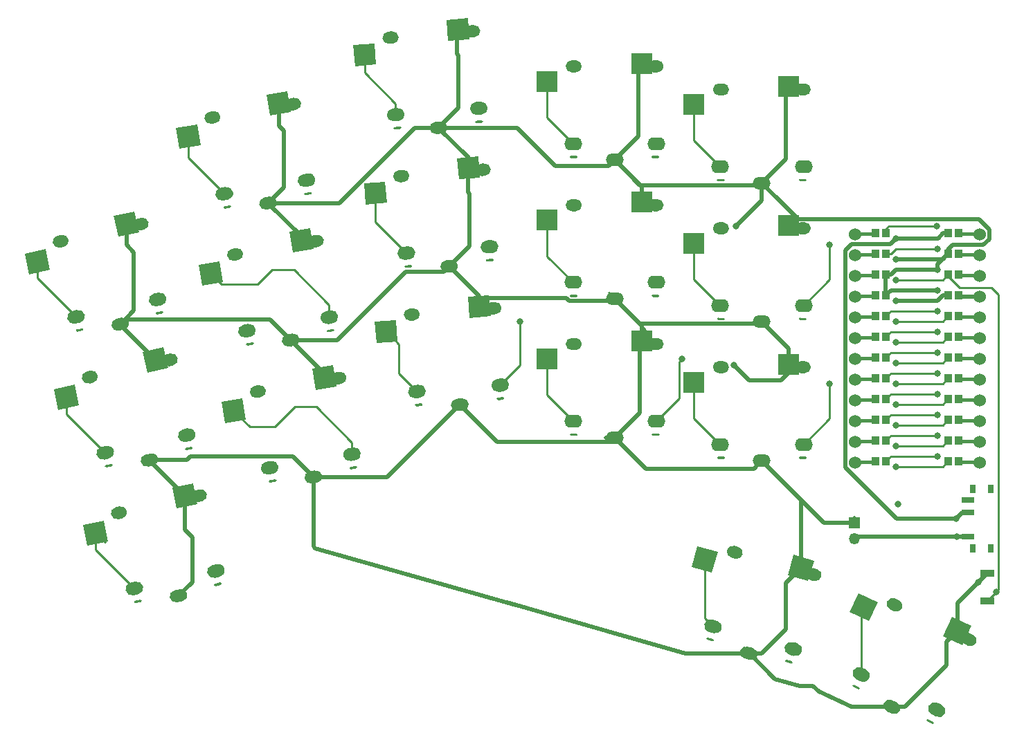
<source format=gtl>
G04 #@! TF.GenerationSoftware,KiCad,Pcbnew,5.1.10*
G04 #@! TF.CreationDate,2021-11-16T11:23:36-06:00*
G04 #@! TF.ProjectId,a_dux_dux,615f6475-785f-4647-9578-2e6b69636164,VERSION_HERE*
G04 #@! TF.SameCoordinates,Original*
G04 #@! TF.FileFunction,Copper,L1,Top*
G04 #@! TF.FilePolarity,Positive*
%FSLAX46Y46*%
G04 Gerber Fmt 4.6, Leading zero omitted, Abs format (unit mm)*
G04 Created by KiCad (PCBNEW 5.1.10) date 2021-11-16 11:23:36*
%MOMM*%
%LPD*%
G01*
G04 APERTURE LIST*
G04 #@! TA.AperFunction,EtchedComponent*
%ADD10C,0.100000*%
G04 #@! TD*
G04 #@! TA.AperFunction,SMDPad,CuDef*
%ADD11C,0.100000*%
G04 #@! TD*
G04 #@! TA.AperFunction,SMDPad,CuDef*
%ADD12R,2.600000X2.600000*%
G04 #@! TD*
G04 #@! TA.AperFunction,ComponentPad*
%ADD13O,2.200000X1.600000*%
G04 #@! TD*
G04 #@! TA.AperFunction,ComponentPad*
%ADD14O,2.200000X1.500000*%
G04 #@! TD*
G04 #@! TA.AperFunction,ComponentPad*
%ADD15O,1.350000X1.350000*%
G04 #@! TD*
G04 #@! TA.AperFunction,ComponentPad*
%ADD16R,1.350000X1.350000*%
G04 #@! TD*
G04 #@! TA.AperFunction,SMDPad,CuDef*
%ADD17R,0.800000X1.000000*%
G04 #@! TD*
G04 #@! TA.AperFunction,SMDPad,CuDef*
%ADD18R,1.500000X0.700000*%
G04 #@! TD*
G04 #@! TA.AperFunction,ComponentPad*
%ADD19C,1.524000*%
G04 #@! TD*
G04 #@! TA.AperFunction,SMDPad,CuDef*
%ADD20R,1.700000X0.900000*%
G04 #@! TD*
G04 #@! TA.AperFunction,ViaPad*
%ADD21C,0.800000*%
G04 #@! TD*
G04 #@! TA.AperFunction,Conductor*
%ADD22C,0.250000*%
G04 #@! TD*
G04 #@! TA.AperFunction,Conductor*
%ADD23C,0.500000*%
G04 #@! TD*
G04 APERTURE END LIST*
D10*
G04 #@! TO.C,C1*
G36*
X295656000Y-111125000D02*
G01*
X293116000Y-111125000D01*
X293116000Y-110744000D01*
X295656000Y-110744000D01*
X295656000Y-111125000D01*
G37*
X295656000Y-111125000D02*
X293116000Y-111125000D01*
X293116000Y-110744000D01*
X295656000Y-110744000D01*
X295656000Y-111125000D01*
G36*
X295656000Y-108585000D02*
G01*
X293116000Y-108585000D01*
X293116000Y-108204000D01*
X295656000Y-108204000D01*
X295656000Y-108585000D01*
G37*
X295656000Y-108585000D02*
X293116000Y-108585000D01*
X293116000Y-108204000D01*
X295656000Y-108204000D01*
X295656000Y-108585000D01*
G36*
X295656000Y-106045000D02*
G01*
X293116000Y-106045000D01*
X293116000Y-105664000D01*
X295656000Y-105664000D01*
X295656000Y-106045000D01*
G37*
X295656000Y-106045000D02*
X293116000Y-106045000D01*
X293116000Y-105664000D01*
X295656000Y-105664000D01*
X295656000Y-106045000D01*
G36*
X295656000Y-103505000D02*
G01*
X293116000Y-103505000D01*
X293116000Y-103124000D01*
X295656000Y-103124000D01*
X295656000Y-103505000D01*
G37*
X295656000Y-103505000D02*
X293116000Y-103505000D01*
X293116000Y-103124000D01*
X295656000Y-103124000D01*
X295656000Y-103505000D01*
G36*
X295656000Y-100965000D02*
G01*
X293116000Y-100965000D01*
X293116000Y-100584000D01*
X295656000Y-100584000D01*
X295656000Y-100965000D01*
G37*
X295656000Y-100965000D02*
X293116000Y-100965000D01*
X293116000Y-100584000D01*
X295656000Y-100584000D01*
X295656000Y-100965000D01*
G36*
X295656000Y-98425000D02*
G01*
X293116000Y-98425000D01*
X293116000Y-98044000D01*
X295656000Y-98044000D01*
X295656000Y-98425000D01*
G37*
X295656000Y-98425000D02*
X293116000Y-98425000D01*
X293116000Y-98044000D01*
X295656000Y-98044000D01*
X295656000Y-98425000D01*
G36*
X295656000Y-95885000D02*
G01*
X293116000Y-95885000D01*
X293116000Y-95504000D01*
X295656000Y-95504000D01*
X295656000Y-95885000D01*
G37*
X295656000Y-95885000D02*
X293116000Y-95885000D01*
X293116000Y-95504000D01*
X295656000Y-95504000D01*
X295656000Y-95885000D01*
G36*
X295656000Y-93345000D02*
G01*
X293116000Y-93345000D01*
X293116000Y-92964000D01*
X295656000Y-92964000D01*
X295656000Y-93345000D01*
G37*
X295656000Y-93345000D02*
X293116000Y-93345000D01*
X293116000Y-92964000D01*
X295656000Y-92964000D01*
X295656000Y-93345000D01*
G36*
X295656000Y-90805000D02*
G01*
X293116000Y-90805000D01*
X293116000Y-90424000D01*
X295656000Y-90424000D01*
X295656000Y-90805000D01*
G37*
X295656000Y-90805000D02*
X293116000Y-90805000D01*
X293116000Y-90424000D01*
X295656000Y-90424000D01*
X295656000Y-90805000D01*
G36*
X295656000Y-88265000D02*
G01*
X293116000Y-88265000D01*
X293116000Y-87884000D01*
X295656000Y-87884000D01*
X295656000Y-88265000D01*
G37*
X295656000Y-88265000D02*
X293116000Y-88265000D01*
X293116000Y-87884000D01*
X295656000Y-87884000D01*
X295656000Y-88265000D01*
G36*
X295656000Y-85725000D02*
G01*
X293116000Y-85725000D01*
X293116000Y-85344000D01*
X295656000Y-85344000D01*
X295656000Y-85725000D01*
G37*
X295656000Y-85725000D02*
X293116000Y-85725000D01*
X293116000Y-85344000D01*
X295656000Y-85344000D01*
X295656000Y-85725000D01*
G36*
X295656000Y-83185000D02*
G01*
X293116000Y-83185000D01*
X293116000Y-82804000D01*
X295656000Y-82804000D01*
X295656000Y-83185000D01*
G37*
X295656000Y-83185000D02*
X293116000Y-83185000D01*
X293116000Y-82804000D01*
X295656000Y-82804000D01*
X295656000Y-83185000D01*
G36*
X282956000Y-111125000D02*
G01*
X280416000Y-111125000D01*
X280416000Y-110744000D01*
X282956000Y-110744000D01*
X282956000Y-111125000D01*
G37*
X282956000Y-111125000D02*
X280416000Y-111125000D01*
X280416000Y-110744000D01*
X282956000Y-110744000D01*
X282956000Y-111125000D01*
G36*
X282956000Y-108585000D02*
G01*
X280416000Y-108585000D01*
X280416000Y-108204000D01*
X282956000Y-108204000D01*
X282956000Y-108585000D01*
G37*
X282956000Y-108585000D02*
X280416000Y-108585000D01*
X280416000Y-108204000D01*
X282956000Y-108204000D01*
X282956000Y-108585000D01*
G36*
X282956000Y-106045000D02*
G01*
X280416000Y-106045000D01*
X280416000Y-105664000D01*
X282956000Y-105664000D01*
X282956000Y-106045000D01*
G37*
X282956000Y-106045000D02*
X280416000Y-106045000D01*
X280416000Y-105664000D01*
X282956000Y-105664000D01*
X282956000Y-106045000D01*
G36*
X282956000Y-103505000D02*
G01*
X280416000Y-103505000D01*
X280416000Y-103124000D01*
X282956000Y-103124000D01*
X282956000Y-103505000D01*
G37*
X282956000Y-103505000D02*
X280416000Y-103505000D01*
X280416000Y-103124000D01*
X282956000Y-103124000D01*
X282956000Y-103505000D01*
G36*
X282956000Y-100965000D02*
G01*
X280416000Y-100965000D01*
X280416000Y-100584000D01*
X282956000Y-100584000D01*
X282956000Y-100965000D01*
G37*
X282956000Y-100965000D02*
X280416000Y-100965000D01*
X280416000Y-100584000D01*
X282956000Y-100584000D01*
X282956000Y-100965000D01*
G36*
X282956000Y-98425000D02*
G01*
X280416000Y-98425000D01*
X280416000Y-98044000D01*
X282956000Y-98044000D01*
X282956000Y-98425000D01*
G37*
X282956000Y-98425000D02*
X280416000Y-98425000D01*
X280416000Y-98044000D01*
X282956000Y-98044000D01*
X282956000Y-98425000D01*
G36*
X282956000Y-95885000D02*
G01*
X280416000Y-95885000D01*
X280416000Y-95504000D01*
X282956000Y-95504000D01*
X282956000Y-95885000D01*
G37*
X282956000Y-95885000D02*
X280416000Y-95885000D01*
X280416000Y-95504000D01*
X282956000Y-95504000D01*
X282956000Y-95885000D01*
G36*
X282956000Y-93345000D02*
G01*
X280416000Y-93345000D01*
X280416000Y-92964000D01*
X282956000Y-92964000D01*
X282956000Y-93345000D01*
G37*
X282956000Y-93345000D02*
X280416000Y-93345000D01*
X280416000Y-92964000D01*
X282956000Y-92964000D01*
X282956000Y-93345000D01*
G36*
X282956000Y-90805000D02*
G01*
X280416000Y-90805000D01*
X280416000Y-90424000D01*
X282956000Y-90424000D01*
X282956000Y-90805000D01*
G37*
X282956000Y-90805000D02*
X280416000Y-90805000D01*
X280416000Y-90424000D01*
X282956000Y-90424000D01*
X282956000Y-90805000D01*
G36*
X282956000Y-85725000D02*
G01*
X280416000Y-85725000D01*
X280416000Y-85344000D01*
X282956000Y-85344000D01*
X282956000Y-85725000D01*
G37*
X282956000Y-85725000D02*
X280416000Y-85725000D01*
X280416000Y-85344000D01*
X282956000Y-85344000D01*
X282956000Y-85725000D01*
G36*
X282956000Y-83185000D02*
G01*
X280416000Y-83185000D01*
X280416000Y-82804000D01*
X282956000Y-82804000D01*
X282956000Y-83185000D01*
G37*
X282956000Y-83185000D02*
X280416000Y-83185000D01*
X280416000Y-82804000D01*
X282956000Y-82804000D01*
X282956000Y-83185000D01*
G36*
X282956000Y-88265000D02*
G01*
X280416000Y-88265000D01*
X280416000Y-87884000D01*
X282956000Y-87884000D01*
X282956000Y-88265000D01*
G37*
X282956000Y-88265000D02*
X280416000Y-88265000D01*
X280416000Y-87884000D01*
X282956000Y-87884000D01*
X282956000Y-88265000D01*
G04 #@! TD*
G04 #@! TO.P,S4,*
G04 #@! TO.N,*
G04 #@! TA.AperFunction,ComponentPad*
G36*
G01*
X199476866Y-109205274D02*
X199476866Y-109205274D01*
G75*
G02*
X199360092Y-109382372I-146936J-30162D01*
G01*
X198674390Y-109523126D01*
G75*
G02*
X198497292Y-109406352I-30162J146936D01*
G01*
X198497292Y-109406352D01*
G75*
G02*
X198614066Y-109229254I146936J30162D01*
G01*
X199299768Y-109088500D01*
G75*
G02*
X199476866Y-109205274I30162J-146936D01*
G01*
G37*
G04 #@! TD.AperFunction*
G04 #@! TA.AperFunction,ComponentPad*
G36*
G01*
X189699034Y-111301460D02*
X189699034Y-111301460D01*
G75*
G02*
X189582260Y-111478558I-146936J-30162D01*
G01*
X188896558Y-111619312D01*
G75*
G02*
X188719460Y-111502538I-30162J146936D01*
G01*
X188719460Y-111502538D01*
G75*
G02*
X188836234Y-111325440I146936J30162D01*
G01*
X189521936Y-111184686D01*
G75*
G02*
X189699034Y-111301460I30162J-146936D01*
G01*
G37*
G04 #@! TD.AperFunction*
G04 #@! TA.AperFunction,SMDPad,CuDef*
D11*
G04 #@! TO.P,S4,1*
G04 #@! TO.N,P8*
G36*
X185584697Y-104036126D02*
G01*
X183042461Y-104581134D01*
X182497453Y-102038898D01*
X185039689Y-101493890D01*
X185584697Y-104036126D01*
G37*
G04 #@! TD.AperFunction*
G04 #@! TA.AperFunction,SMDPad,CuDef*
G04 #@! TO.P,S4,2*
G04 #@! TO.N,GND*
G36*
X193923586Y-99998435D02*
G01*
X193378578Y-97456199D01*
X195920814Y-96911191D01*
X196465822Y-99453427D01*
X193923586Y-99998435D01*
G37*
G04 #@! TD.AperFunction*
G04 #@! TO.P,S4,1*
G04 #@! TO.N,P8*
G04 #@! TA.AperFunction,ComponentPad*
G36*
G01*
X199814549Y-107440928D02*
X199814549Y-107440928D01*
G75*
G02*
X199200017Y-108390850I-782227J-167695D01*
G01*
X198613347Y-108516622D01*
G75*
G02*
X197663425Y-107902090I-167695J782227D01*
G01*
X197663425Y-107902090D01*
G75*
G02*
X198277957Y-106952168I782227J167695D01*
G01*
X198864627Y-106826396D01*
G75*
G02*
X199814549Y-107440928I167695J-782227D01*
G01*
G37*
G04 #@! TD.AperFunction*
G04 #@! TO.P,S4,*
G04 #@! TO.N,*
G04 #@! TA.AperFunction,ComponentPad*
G36*
G01*
X187862056Y-100347528D02*
X187862056Y-100347528D01*
G75*
G02*
X187278183Y-101233017I-734681J-150808D01*
G01*
X186788395Y-101333555D01*
G75*
G02*
X185902906Y-100749682I-150808J734681D01*
G01*
X185902906Y-100749682D01*
G75*
G02*
X186486779Y-99864193I734681J150808D01*
G01*
X186976567Y-99763655D01*
G75*
G02*
X187862056Y-100347528I150808J-734681D01*
G01*
G37*
G04 #@! TD.AperFunction*
G04 #@! TO.P,S4,2*
G04 #@! TO.N,GND*
G04 #@! TA.AperFunction,ComponentPad*
G36*
G01*
X193095969Y-110926710D02*
X193095969Y-110926710D01*
G75*
G02*
X193672092Y-110036159I733337J157214D01*
G01*
X194356540Y-109889427D01*
G75*
G02*
X195247091Y-110465550I157214J-733337D01*
G01*
X195247091Y-110465550D01*
G75*
G02*
X194670968Y-111356101I-733337J-157214D01*
G01*
X193986520Y-111502833D01*
G75*
G02*
X193095969Y-110926710I-157214J733337D01*
G01*
G37*
G04 #@! TD.AperFunction*
G04 #@! TO.P,S4,1*
G04 #@! TO.N,P8*
G04 #@! TA.AperFunction,ComponentPad*
G36*
G01*
X187690036Y-110040199D02*
X187690036Y-110040199D01*
G75*
G02*
X188304568Y-109090277I782227J167695D01*
G01*
X188891238Y-108964505D01*
G75*
G02*
X189841160Y-109579037I167695J-782227D01*
G01*
X189841160Y-109579037D01*
G75*
G02*
X189226628Y-110528959I-782227J-167695D01*
G01*
X188639958Y-110654731D01*
G75*
G02*
X187690036Y-110040199I-167695J782227D01*
G01*
G37*
G04 #@! TD.AperFunction*
G04 #@! TO.P,S4,*
G04 #@! TO.N,*
G04 #@! TA.AperFunction,ComponentPad*
G36*
G01*
X195684396Y-98670562D02*
X195684396Y-98670562D01*
G75*
G02*
X196252727Y-97775017I731938J163607D01*
G01*
X196740685Y-97665945D01*
G75*
G02*
X197636230Y-98234276I163607J-731938D01*
G01*
X197636230Y-98234276D01*
G75*
G02*
X197067899Y-99129821I-731938J-163607D01*
G01*
X196579941Y-99238893D01*
G75*
G02*
X195684396Y-98670562I-163607J731938D01*
G01*
G37*
G04 #@! TD.AperFunction*
G04 #@! TD*
G04 #@! TO.P,S16,*
G04 #@! TO.N,*
G04 #@! TA.AperFunction,ComponentPad*
G36*
G01*
X236283329Y-86208325D02*
X236283329Y-86208325D01*
G75*
G02*
X236143878Y-86368180I-149653J-10202D01*
G01*
X235445500Y-86415790D01*
G75*
G02*
X235285645Y-86276339I-10202J149653D01*
G01*
X235285645Y-86276339D01*
G75*
G02*
X235425096Y-86116484I149653J10202D01*
G01*
X236123474Y-86068874D01*
G75*
G02*
X236283329Y-86208325I10202J-149653D01*
G01*
G37*
G04 #@! TD.AperFunction*
G04 #@! TA.AperFunction,ComponentPad*
G36*
G01*
X226312802Y-86975515D02*
X226312802Y-86975515D01*
G75*
G02*
X226173351Y-87135370I-149653J-10202D01*
G01*
X225474973Y-87182980D01*
G75*
G02*
X225315118Y-87043529I-10202J149653D01*
G01*
X225315118Y-87043529D01*
G75*
G02*
X225454569Y-86883674I149653J10202D01*
G01*
X226152947Y-86836064D01*
G75*
G02*
X226312802Y-86975515I10202J-149653D01*
G01*
G37*
G04 #@! TD.AperFunction*
G04 #@! TA.AperFunction,SMDPad,CuDef*
G04 #@! TO.P,S16,1*
G04 #@! TO.N,P16*
G36*
X223209017Y-79224426D02*
G01*
X220616680Y-79423895D01*
X220417211Y-76831558D01*
X223009548Y-76632089D01*
X223209017Y-79224426D01*
G37*
G04 #@! TD.AperFunction*
G04 #@! TA.AperFunction,SMDPad,CuDef*
G04 #@! TO.P,S16,2*
G04 #@! TO.N,GND*
G36*
X232013710Y-76340438D02*
G01*
X231814241Y-73748101D01*
X234406578Y-73548632D01*
X234606047Y-76140969D01*
X232013710Y-76340438D01*
G37*
G04 #@! TD.AperFunction*
G04 #@! TO.P,S16,1*
G04 #@! TO.N,P16*
G04 #@! TA.AperFunction,ComponentPad*
G36*
G01*
X236854364Y-84505132D02*
X236854364Y-84505132D01*
G75*
G02*
X236118097Y-85364149I-797642J-61375D01*
G01*
X235519865Y-85410181D01*
G75*
G02*
X234660848Y-84673914I-61375J797642D01*
G01*
X234660848Y-84673914D01*
G75*
G02*
X235397115Y-83814897I797642J61375D01*
G01*
X235995347Y-83768865D01*
G75*
G02*
X236854364Y-84505132I61375J-797642D01*
G01*
G37*
G04 #@! TD.AperFunction*
G04 #@! TO.P,S16,*
G04 #@! TO.N,*
G04 #@! TA.AperFunction,ComponentPad*
G36*
G01*
X225960063Y-75874221D02*
X225960063Y-75874221D01*
G75*
G02*
X225262811Y-76673495I-748263J-51011D01*
G01*
X224763969Y-76707503D01*
G75*
G02*
X223964695Y-76010251I-51011J748263D01*
G01*
X223964695Y-76010251D01*
G75*
G02*
X224661947Y-75210977I748263J51011D01*
G01*
X225160789Y-75176969D01*
G75*
G02*
X225960063Y-75874221I51011J-748263D01*
G01*
G37*
G04 #@! TD.AperFunction*
G04 #@! TO.P,S16,2*
G04 #@! TO.N,GND*
G04 #@! TA.AperFunction,ComponentPad*
G36*
G01*
X229729317Y-87059286D02*
X229729317Y-87059286D01*
G75*
G02*
X230419568Y-86253957I747790J57539D01*
G01*
X231117504Y-86200253D01*
G75*
G02*
X231922833Y-86890504I57539J-747790D01*
G01*
X231922833Y-86890504D01*
G75*
G02*
X231232582Y-87695833I-747790J-57539D01*
G01*
X230534646Y-87749537D01*
G75*
G02*
X229729317Y-87059286I-57539J747790D01*
G01*
G37*
G04 #@! TD.AperFunction*
G04 #@! TO.P,S16,1*
G04 #@! TO.N,P16*
G04 #@! TA.AperFunction,ComponentPad*
G36*
G01*
X224490910Y-85456448D02*
X224490910Y-85456448D01*
G75*
G02*
X225227177Y-84597431I797642J61375D01*
G01*
X225825409Y-84551399D01*
G75*
G02*
X226684426Y-85287666I61375J-797642D01*
G01*
X226684426Y-85287666D01*
G75*
G02*
X225948159Y-86146683I-797642J-61375D01*
G01*
X225349927Y-86192715D01*
G75*
G02*
X224490910Y-85456448I-61375J797642D01*
G01*
G37*
G04 #@! TD.AperFunction*
G04 #@! TO.P,S16,*
G04 #@! TO.N,*
G04 #@! TA.AperFunction,ComponentPad*
G36*
G01*
X233936561Y-75260463D02*
X233936561Y-75260463D01*
G75*
G02*
X234619757Y-74449141I747259J64063D01*
G01*
X235117929Y-74406433D01*
G75*
G02*
X235929251Y-75089629I64063J-747259D01*
G01*
X235929251Y-75089629D01*
G75*
G02*
X235246055Y-75900951I-747259J-64063D01*
G01*
X234747883Y-75943659D01*
G75*
G02*
X233936561Y-75260463I-64063J747259D01*
G01*
G37*
G04 #@! TD.AperFunction*
G04 #@! TD*
G04 #@! TO.P,S34,*
G04 #@! TO.N,*
G04 #@! TA.AperFunction,ComponentPad*
G36*
G01*
X290106229Y-142947640D02*
X290106229Y-142947640D01*
G75*
G02*
X289906264Y-143018451I-135388J64577D01*
G01*
X289274454Y-142717093D01*
G75*
G02*
X289203643Y-142517128I64577J135388D01*
G01*
X289203643Y-142517128D01*
G75*
G02*
X289403608Y-142446317I135388J-64577D01*
G01*
X290035418Y-142747675D01*
G75*
G02*
X290106229Y-142947640I-64577J-135388D01*
G01*
G37*
G04 #@! TD.AperFunction*
G04 #@! TA.AperFunction,ComponentPad*
G36*
G01*
X281043151Y-138721457D02*
X281043151Y-138721457D01*
G75*
G02*
X280843186Y-138792268I-135388J64577D01*
G01*
X280211376Y-138490910D01*
G75*
G02*
X280140565Y-138290945I64577J135388D01*
G01*
X280140565Y-138290945D01*
G75*
G02*
X280340530Y-138220134I135388J-64577D01*
G01*
X280972340Y-138521492D01*
G75*
G02*
X281043151Y-138721457I-64577J-135388D01*
G01*
G37*
G04 #@! TD.AperFunction*
G04 #@! TA.AperFunction,SMDPad,CuDef*
G04 #@! TO.P,S34,1*
G04 #@! TO.N,P1*
G36*
X282144128Y-130444942D02*
G01*
X279787728Y-129346134D01*
X280886536Y-126989734D01*
X283242936Y-128088542D01*
X282144128Y-130444942D01*
G37*
G04 #@! TD.AperFunction*
G04 #@! TA.AperFunction,SMDPad,CuDef*
G04 #@! TO.P,S34,2*
G04 #@! TO.N,GND*
G36*
X291230659Y-132254629D02*
G01*
X292329467Y-129898229D01*
X294685867Y-130997037D01*
X293587059Y-133353437D01*
X291230659Y-132254629D01*
G37*
G04 #@! TD.AperFunction*
G04 #@! TO.P,S34,1*
G04 #@! TO.N,P1*
G04 #@! TA.AperFunction,ComponentPad*
G36*
G01*
X291439824Y-141744118D02*
X291439824Y-141744118D01*
G75*
G02*
X290376683Y-142131069I-725046J338095D01*
G01*
X289832899Y-141877499D01*
G75*
G02*
X289445948Y-140814358I338095J725046D01*
G01*
X289445948Y-140814358D01*
G75*
G02*
X290509089Y-140427407I725046J-338095D01*
G01*
X291052873Y-140680977D01*
G75*
G02*
X291439824Y-141744118I-338095J-725046D01*
G01*
G37*
G04 #@! TD.AperFunction*
G04 #@! TO.P,S34,*
G04 #@! TO.N,*
G04 #@! TA.AperFunction,ComponentPad*
G36*
G01*
X286185505Y-128876695D02*
X286185505Y-128876695D01*
G75*
G02*
X285185683Y-129230751I-676939J322883D01*
G01*
X284734391Y-129015495D01*
G75*
G02*
X284380335Y-128015673I322883J676939D01*
G01*
X284380335Y-128015673D01*
G75*
G02*
X285380157Y-127661617I676939J-322883D01*
G01*
X285831449Y-127876873D01*
G75*
G02*
X286185505Y-128876695I-322883J-676939D01*
G01*
G37*
G04 #@! TD.AperFunction*
G04 #@! TO.P,S34,2*
G04 #@! TO.N,GND*
G04 #@! TA.AperFunction,ComponentPad*
G36*
G01*
X283978541Y-140471620D02*
X283978541Y-140471620D01*
G75*
G02*
X284975236Y-140108853I679731J-316964D01*
G01*
X285609652Y-140404685D01*
G75*
G02*
X285972419Y-141401380I-316964J-679731D01*
G01*
X285972419Y-141401380D01*
G75*
G02*
X284975724Y-141764147I-679731J316964D01*
G01*
X284341308Y-141468315D01*
G75*
G02*
X283978541Y-140471620I316964J679731D01*
G01*
G37*
G04 #@! TD.AperFunction*
G04 #@! TO.P,S34,1*
G04 #@! TO.N,P1*
G04 #@! TA.AperFunction,ComponentPad*
G36*
G01*
X280201609Y-136503651D02*
X280201609Y-136503651D01*
G75*
G02*
X281264750Y-136116700I725046J-338095D01*
G01*
X281808534Y-136370270D01*
G75*
G02*
X282195485Y-137433411I-338095J-725046D01*
G01*
X282195485Y-137433411D01*
G75*
G02*
X281132344Y-137820362I-725046J338095D01*
G01*
X280588560Y-137566792D01*
G75*
G02*
X280201609Y-136503651I338095J725046D01*
G01*
G37*
G04 #@! TD.AperFunction*
G04 #@! TO.P,S34,*
G04 #@! TO.N,*
G04 #@! TA.AperFunction,ComponentPad*
G36*
G01*
X293436037Y-132257674D02*
X293436037Y-132257674D01*
G75*
G02*
X294429528Y-131886223I682471J-311020D01*
G01*
X294884508Y-132093569D01*
G75*
G02*
X295255959Y-133087060I-311020J-682471D01*
G01*
X295255959Y-133087060D01*
G75*
G02*
X294262468Y-133458511I-682471J311020D01*
G01*
X293807488Y-133251165D01*
G75*
G02*
X293436037Y-132257674I311020J682471D01*
G01*
G37*
G04 #@! TD.AperFunction*
G04 #@! TD*
G04 #@! TO.P,S28,*
G04 #@! TO.N,*
G04 #@! TA.AperFunction,ComponentPad*
G36*
G01*
X274562799Y-93444335D02*
X274562799Y-93444335D01*
G75*
G02*
X274411496Y-93593020I-149994J1309D01*
G01*
X273711522Y-93586912D01*
G75*
G02*
X273562837Y-93435609I1309J149994D01*
G01*
X273562837Y-93435609D01*
G75*
G02*
X273714140Y-93286924I149994J-1309D01*
G01*
X274414114Y-93293032D01*
G75*
G02*
X274562799Y-93444335I-1309J-149994D01*
G01*
G37*
G04 #@! TD.AperFunction*
G04 #@! TA.AperFunction,ComponentPad*
G36*
G01*
X264562799Y-93444335D02*
X264562799Y-93444335D01*
G75*
G02*
X264411496Y-93593020I-149994J1309D01*
G01*
X263711522Y-93586912D01*
G75*
G02*
X263562837Y-93435609I1309J149994D01*
G01*
X263562837Y-93435609D01*
G75*
G02*
X263714140Y-93286924I149994J-1309D01*
G01*
X264414114Y-93293032D01*
G75*
G02*
X264562799Y-93444335I-1309J-149994D01*
G01*
G37*
G04 #@! TD.AperFunction*
D12*
G04 #@! TO.P,S28,1*
G04 #@! TO.N,P15*
X260762818Y-84177972D03*
G04 #@! TO.P,S28,2*
G04 #@! TO.N,GND*
X272362818Y-81977972D03*
D13*
G04 #@! TO.P,S28,1*
G04 #@! TO.N,P15*
X274162818Y-91789972D03*
G04 #@! TO.P,S28,*
G04 #@! TO.N,*
G04 #@! TA.AperFunction,ComponentPad*
G36*
G01*
X265062779Y-82348699D02*
X265062779Y-82348699D01*
G75*
G02*
X264306263Y-83092125I-749971J6545D01*
G01*
X263806283Y-83087761D01*
G75*
G02*
X263062857Y-82331245I6545J749971D01*
G01*
X263062857Y-82331245D01*
G75*
G02*
X263819373Y-81587819I749971J-6545D01*
G01*
X264319353Y-81592183D01*
G75*
G02*
X265062779Y-82348699I-6545J-749971D01*
G01*
G37*
G04 #@! TD.AperFunction*
D14*
G04 #@! TO.P,S28,2*
G04 #@! TO.N,GND*
X269062818Y-93789972D03*
D13*
G04 #@! TO.P,S28,1*
G04 #@! TO.N,P15*
X263962818Y-91789972D03*
G04 #@! TO.P,S28,*
G04 #@! TO.N,*
G04 #@! TA.AperFunction,ComponentPad*
G36*
G01*
X273062857Y-82348699D02*
X273062857Y-82348699D01*
G75*
G02*
X273806283Y-81592183I749971J6545D01*
G01*
X274306263Y-81587819D01*
G75*
G02*
X275062779Y-82331245I6545J-749971D01*
G01*
X275062779Y-82331245D01*
G75*
G02*
X274319353Y-83087761I-749971J-6545D01*
G01*
X273819373Y-83092125D01*
G75*
G02*
X273062857Y-82348699I-6545J749971D01*
G01*
G37*
G04 #@! TD.AperFunction*
G04 #@! TD*
G04 #@! TO.P,S32,*
G04 #@! TO.N,*
G04 #@! TA.AperFunction,ComponentPad*
G36*
G01*
X272838392Y-135547106D02*
X272838392Y-135547106D01*
G75*
G02*
X272652321Y-135648977I-143971J42100D01*
G01*
X271980457Y-135452511D01*
G75*
G02*
X271878586Y-135266440I42100J143971D01*
G01*
X271878586Y-135266440D01*
G75*
G02*
X272064657Y-135164569I143971J-42100D01*
G01*
X272736521Y-135361035D01*
G75*
G02*
X272838392Y-135547106I-42100J-143971D01*
G01*
G37*
G04 #@! TD.AperFunction*
G04 #@! TA.AperFunction,ComponentPad*
G36*
G01*
X263216212Y-132824304D02*
X263216212Y-132824304D01*
G75*
G02*
X263030141Y-132926175I-143971J42100D01*
G01*
X262358277Y-132729709D01*
G75*
G02*
X262256406Y-132543638I42100J143971D01*
G01*
X262256406Y-132543638D01*
G75*
G02*
X262442477Y-132441767I143971J-42100D01*
G01*
X263114341Y-132638233D01*
G75*
G02*
X263216212Y-132824304I-42100J-143971D01*
G01*
G37*
G04 #@! TD.AperFunction*
G04 #@! TA.AperFunction,SMDPad,CuDef*
D11*
G04 #@! TO.P,S32,1*
G04 #@! TO.N,P0*
G36*
X262979768Y-124478231D02*
G01*
X260478001Y-123770302D01*
X261185930Y-121268535D01*
X263687697Y-121976464D01*
X262979768Y-124478231D01*
G37*
G04 #@! TD.AperFunction*
G04 #@! TA.AperFunction,SMDPad,CuDef*
G04 #@! TO.P,S32,2*
G04 #@! TO.N,GND*
G36*
X272238746Y-124811873D02*
G01*
X272946675Y-122310106D01*
X275448442Y-123018035D01*
X274740513Y-125519802D01*
X272238746Y-124811873D01*
G37*
G04 #@! TD.AperFunction*
G04 #@! TO.P,S32,1*
G04 #@! TO.N,P0*
G04 #@! TA.AperFunction,ComponentPad*
G36*
G01*
X273962412Y-134145849D02*
X273962412Y-134145849D01*
G75*
G02*
X272974814Y-134697799I-769774J217824D01*
G01*
X272397484Y-134534431D01*
G75*
G02*
X271845534Y-133546833I217824J769774D01*
G01*
X271845534Y-133546833D01*
G75*
G02*
X272833132Y-132994883I769774J-217824D01*
G01*
X273410462Y-133158251D01*
G75*
G02*
X273962412Y-134145849I-217824J-769774D01*
G01*
G37*
G04 #@! TD.AperFunction*
G04 #@! TO.P,S32,*
G04 #@! TO.N,*
G04 #@! TA.AperFunction,ComponentPad*
G36*
G01*
X266718424Y-122284018D02*
X266718424Y-122284018D01*
G75*
G02*
X265788070Y-122793372I-719854J210500D01*
G01*
X265308168Y-122653038D01*
G75*
G02*
X264798814Y-121722684I210500J719854D01*
G01*
X264798814Y-121722684D01*
G75*
G02*
X265729168Y-121213330I719854J-210500D01*
G01*
X266209070Y-121353664D01*
G75*
G02*
X266718424Y-122284018I-210500J-719854D01*
G01*
G37*
G04 #@! TD.AperFunction*
G04 #@! TO.P,S32,2*
G04 #@! TO.N,GND*
G04 #@! TA.AperFunction,ComponentPad*
G36*
G01*
X266393662Y-134082640D02*
X266393662Y-134082640D01*
G75*
G02*
X267319535Y-133565187I721663J-204210D01*
G01*
X267993087Y-133755783D01*
G75*
G02*
X268510540Y-134681656I-204210J-721663D01*
G01*
X268510540Y-134681656D01*
G75*
G02*
X267584667Y-135199109I-721663J204210D01*
G01*
X266911115Y-135008513D01*
G75*
G02*
X266393662Y-134082640I204210J721663D01*
G01*
G37*
G04 #@! TD.AperFunction*
G04 #@! TO.P,S32,1*
G04 #@! TO.N,P0*
G04 #@! TA.AperFunction,ComponentPad*
G36*
G01*
X262030910Y-130769575D02*
X262030910Y-130769575D01*
G75*
G02*
X263018508Y-130217625I769774J-217824D01*
G01*
X263595838Y-130380993D01*
G75*
G02*
X264147788Y-131368591I-217824J-769774D01*
G01*
X264147788Y-131368591D01*
G75*
G02*
X263160190Y-131920541I-769774J217824D01*
G01*
X262582860Y-131757173D01*
G75*
G02*
X262030910Y-130769575I217824J769774D01*
G01*
G37*
G04 #@! TD.AperFunction*
G04 #@! TO.P,S32,*
G04 #@! TO.N,*
G04 #@! TA.AperFunction,ComponentPad*
G36*
G01*
X274416242Y-124462280D02*
X274416242Y-124462280D01*
G75*
G02*
X275337565Y-123936767I723418J-197905D01*
G01*
X275819843Y-124068703D01*
G75*
G02*
X276345356Y-124990026I-197905J-723418D01*
G01*
X276345356Y-124990026D01*
G75*
G02*
X275424033Y-125515539I-723418J197905D01*
G01*
X274941755Y-125383603D01*
G75*
G02*
X274416242Y-124462280I197905J723418D01*
G01*
G37*
G04 #@! TD.AperFunction*
G04 #@! TD*
G04 #@! TO.P,S24,*
G04 #@! TO.N,*
G04 #@! TA.AperFunction,ComponentPad*
G36*
G01*
X256562812Y-73610966D02*
X256562812Y-73610966D01*
G75*
G02*
X256411509Y-73759651I-149994J1309D01*
G01*
X255711535Y-73753543D01*
G75*
G02*
X255562850Y-73602240I1309J149994D01*
G01*
X255562850Y-73602240D01*
G75*
G02*
X255714153Y-73453555I149994J-1309D01*
G01*
X256414127Y-73459663D01*
G75*
G02*
X256562812Y-73610966I-1309J-149994D01*
G01*
G37*
G04 #@! TD.AperFunction*
G04 #@! TA.AperFunction,ComponentPad*
G36*
G01*
X246562812Y-73610966D02*
X246562812Y-73610966D01*
G75*
G02*
X246411509Y-73759651I-149994J1309D01*
G01*
X245711535Y-73753543D01*
G75*
G02*
X245562850Y-73602240I1309J149994D01*
G01*
X245562850Y-73602240D01*
G75*
G02*
X245714153Y-73453555I149994J-1309D01*
G01*
X246414127Y-73459663D01*
G75*
G02*
X246562812Y-73610966I-1309J-149994D01*
G01*
G37*
G04 #@! TD.AperFunction*
D12*
G04 #@! TO.P,S24,1*
G04 #@! TO.N,P20*
X242762831Y-64344603D03*
G04 #@! TO.P,S24,2*
G04 #@! TO.N,GND*
X254362831Y-62144603D03*
D13*
G04 #@! TO.P,S24,1*
G04 #@! TO.N,P20*
X256162831Y-71956603D03*
G04 #@! TO.P,S24,*
G04 #@! TO.N,*
G04 #@! TA.AperFunction,ComponentPad*
G36*
G01*
X247062792Y-62515330D02*
X247062792Y-62515330D01*
G75*
G02*
X246306276Y-63258756I-749971J6545D01*
G01*
X245806296Y-63254392D01*
G75*
G02*
X245062870Y-62497876I6545J749971D01*
G01*
X245062870Y-62497876D01*
G75*
G02*
X245819386Y-61754450I749971J-6545D01*
G01*
X246319366Y-61758814D01*
G75*
G02*
X247062792Y-62515330I-6545J-749971D01*
G01*
G37*
G04 #@! TD.AperFunction*
D14*
G04 #@! TO.P,S24,2*
G04 #@! TO.N,GND*
X251062831Y-73956603D03*
D13*
G04 #@! TO.P,S24,1*
G04 #@! TO.N,P20*
X245962831Y-71956603D03*
G04 #@! TO.P,S24,*
G04 #@! TO.N,*
G04 #@! TA.AperFunction,ComponentPad*
G36*
G01*
X255062870Y-62515330D02*
X255062870Y-62515330D01*
G75*
G02*
X255806296Y-61758814I749971J6545D01*
G01*
X256306276Y-61754450D01*
G75*
G02*
X257062792Y-62497876I6545J-749971D01*
G01*
X257062792Y-62497876D01*
G75*
G02*
X256319366Y-63254392I-749971J-6545D01*
G01*
X255819386Y-63258756D01*
G75*
G02*
X255062870Y-62515330I-6545J749971D01*
G01*
G37*
G04 #@! TD.AperFunction*
G04 #@! TD*
G04 #@! TO.P,S18,*
G04 #@! TO.N,*
G04 #@! TA.AperFunction,ComponentPad*
G36*
G01*
X234979107Y-69258430D02*
X234979107Y-69258430D01*
G75*
G02*
X234839656Y-69418285I-149653J-10202D01*
G01*
X234141278Y-69465895D01*
G75*
G02*
X233981423Y-69326444I-10202J149653D01*
G01*
X233981423Y-69326444D01*
G75*
G02*
X234120874Y-69166589I149653J10202D01*
G01*
X234819252Y-69118979D01*
G75*
G02*
X234979107Y-69258430I10202J-149653D01*
G01*
G37*
G04 #@! TD.AperFunction*
G04 #@! TA.AperFunction,ComponentPad*
G36*
G01*
X225008580Y-70025620D02*
X225008580Y-70025620D01*
G75*
G02*
X224869129Y-70185475I-149653J-10202D01*
G01*
X224170751Y-70233085D01*
G75*
G02*
X224010896Y-70093634I-10202J149653D01*
G01*
X224010896Y-70093634D01*
G75*
G02*
X224150347Y-69933779I149653J10202D01*
G01*
X224848725Y-69886169D01*
G75*
G02*
X225008580Y-70025620I10202J-149653D01*
G01*
G37*
G04 #@! TD.AperFunction*
G04 #@! TA.AperFunction,SMDPad,CuDef*
D11*
G04 #@! TO.P,S18,1*
G04 #@! TO.N,P19*
G36*
X221904795Y-62274531D02*
G01*
X219312458Y-62474000D01*
X219112989Y-59881663D01*
X221705326Y-59682194D01*
X221904795Y-62274531D01*
G37*
G04 #@! TD.AperFunction*
G04 #@! TA.AperFunction,SMDPad,CuDef*
G04 #@! TO.P,S18,2*
G04 #@! TO.N,GND*
G36*
X230709488Y-59390543D02*
G01*
X230510019Y-56798206D01*
X233102356Y-56598737D01*
X233301825Y-59191074D01*
X230709488Y-59390543D01*
G37*
G04 #@! TD.AperFunction*
G04 #@! TO.P,S18,1*
G04 #@! TO.N,P19*
G04 #@! TA.AperFunction,ComponentPad*
G36*
G01*
X235550142Y-67555237D02*
X235550142Y-67555237D01*
G75*
G02*
X234813875Y-68414254I-797642J-61375D01*
G01*
X234215643Y-68460286D01*
G75*
G02*
X233356626Y-67724019I-61375J797642D01*
G01*
X233356626Y-67724019D01*
G75*
G02*
X234092893Y-66865002I797642J61375D01*
G01*
X234691125Y-66818970D01*
G75*
G02*
X235550142Y-67555237I61375J-797642D01*
G01*
G37*
G04 #@! TD.AperFunction*
G04 #@! TO.P,S18,*
G04 #@! TO.N,*
G04 #@! TA.AperFunction,ComponentPad*
G36*
G01*
X224655841Y-58924326D02*
X224655841Y-58924326D01*
G75*
G02*
X223958589Y-59723600I-748263J-51011D01*
G01*
X223459747Y-59757608D01*
G75*
G02*
X222660473Y-59060356I-51011J748263D01*
G01*
X222660473Y-59060356D01*
G75*
G02*
X223357725Y-58261082I748263J51011D01*
G01*
X223856567Y-58227074D01*
G75*
G02*
X224655841Y-58924326I51011J-748263D01*
G01*
G37*
G04 #@! TD.AperFunction*
G04 #@! TO.P,S18,2*
G04 #@! TO.N,GND*
G04 #@! TA.AperFunction,ComponentPad*
G36*
G01*
X228425095Y-70109391D02*
X228425095Y-70109391D01*
G75*
G02*
X229115346Y-69304062I747790J57539D01*
G01*
X229813282Y-69250358D01*
G75*
G02*
X230618611Y-69940609I57539J-747790D01*
G01*
X230618611Y-69940609D01*
G75*
G02*
X229928360Y-70745938I-747790J-57539D01*
G01*
X229230424Y-70799642D01*
G75*
G02*
X228425095Y-70109391I-57539J747790D01*
G01*
G37*
G04 #@! TD.AperFunction*
G04 #@! TO.P,S18,1*
G04 #@! TO.N,P19*
G04 #@! TA.AperFunction,ComponentPad*
G36*
G01*
X223186688Y-68506553D02*
X223186688Y-68506553D01*
G75*
G02*
X223922955Y-67647536I797642J61375D01*
G01*
X224521187Y-67601504D01*
G75*
G02*
X225380204Y-68337771I61375J-797642D01*
G01*
X225380204Y-68337771D01*
G75*
G02*
X224643937Y-69196788I-797642J-61375D01*
G01*
X224045705Y-69242820D01*
G75*
G02*
X223186688Y-68506553I-61375J797642D01*
G01*
G37*
G04 #@! TD.AperFunction*
G04 #@! TO.P,S18,*
G04 #@! TO.N,*
G04 #@! TA.AperFunction,ComponentPad*
G36*
G01*
X232632339Y-58310568D02*
X232632339Y-58310568D01*
G75*
G02*
X233315535Y-57499246I747259J64063D01*
G01*
X233813707Y-57456538D01*
G75*
G02*
X234625029Y-58139734I64063J-747259D01*
G01*
X234625029Y-58139734D01*
G75*
G02*
X233941833Y-58951056I-747259J-64063D01*
G01*
X233443661Y-58993764D01*
G75*
G02*
X232632339Y-58310568I-64063J747259D01*
G01*
G37*
G04 #@! TD.AperFunction*
G04 #@! TD*
G04 #@! TO.P,S26,*
G04 #@! TO.N,*
G04 #@! TA.AperFunction,ComponentPad*
G36*
G01*
X274562845Y-110444322D02*
X274562845Y-110444322D01*
G75*
G02*
X274411542Y-110593007I-149994J1309D01*
G01*
X273711568Y-110586899D01*
G75*
G02*
X273562883Y-110435596I1309J149994D01*
G01*
X273562883Y-110435596D01*
G75*
G02*
X273714186Y-110286911I149994J-1309D01*
G01*
X274414160Y-110293019D01*
G75*
G02*
X274562845Y-110444322I-1309J-149994D01*
G01*
G37*
G04 #@! TD.AperFunction*
G04 #@! TA.AperFunction,ComponentPad*
G36*
G01*
X264562845Y-110444322D02*
X264562845Y-110444322D01*
G75*
G02*
X264411542Y-110593007I-149994J1309D01*
G01*
X263711568Y-110586899D01*
G75*
G02*
X263562883Y-110435596I1309J149994D01*
G01*
X263562883Y-110435596D01*
G75*
G02*
X263714186Y-110286911I149994J-1309D01*
G01*
X264414160Y-110293019D01*
G75*
G02*
X264562845Y-110444322I-1309J-149994D01*
G01*
G37*
G04 #@! TD.AperFunction*
D12*
G04 #@! TO.P,S26,1*
G04 #@! TO.N,P3*
X260762864Y-101177959D03*
G04 #@! TO.P,S26,2*
G04 #@! TO.N,GND*
X272362864Y-98977959D03*
D13*
G04 #@! TO.P,S26,1*
G04 #@! TO.N,P3*
X274162864Y-108789959D03*
G04 #@! TO.P,S26,*
G04 #@! TO.N,*
G04 #@! TA.AperFunction,ComponentPad*
G36*
G01*
X265062825Y-99348686D02*
X265062825Y-99348686D01*
G75*
G02*
X264306309Y-100092112I-749971J6545D01*
G01*
X263806329Y-100087748D01*
G75*
G02*
X263062903Y-99331232I6545J749971D01*
G01*
X263062903Y-99331232D01*
G75*
G02*
X263819419Y-98587806I749971J-6545D01*
G01*
X264319399Y-98592170D01*
G75*
G02*
X265062825Y-99348686I-6545J-749971D01*
G01*
G37*
G04 #@! TD.AperFunction*
D14*
G04 #@! TO.P,S26,2*
G04 #@! TO.N,GND*
X269062864Y-110789959D03*
D13*
G04 #@! TO.P,S26,1*
G04 #@! TO.N,P3*
X263962864Y-108789959D03*
G04 #@! TO.P,S26,*
G04 #@! TO.N,*
G04 #@! TA.AperFunction,ComponentPad*
G36*
G01*
X273062903Y-99348686D02*
X273062903Y-99348686D01*
G75*
G02*
X273806329Y-98592170I749971J6545D01*
G01*
X274306309Y-98587806D01*
G75*
G02*
X275062825Y-99331232I6545J-749971D01*
G01*
X275062825Y-99331232D01*
G75*
G02*
X274319399Y-100087748I-749971J-6545D01*
G01*
X273819419Y-100092112D01*
G75*
G02*
X273062903Y-99348686I-6545J749971D01*
G01*
G37*
G04 #@! TD.AperFunction*
G04 #@! TD*
G04 #@! TO.P,S20,*
G04 #@! TO.N,*
G04 #@! TA.AperFunction,ComponentPad*
G36*
G01*
X256562813Y-107611047D02*
X256562813Y-107611047D01*
G75*
G02*
X256411510Y-107759732I-149994J1309D01*
G01*
X255711536Y-107753624D01*
G75*
G02*
X255562851Y-107602321I1309J149994D01*
G01*
X255562851Y-107602321D01*
G75*
G02*
X255714154Y-107453636I149994J-1309D01*
G01*
X256414128Y-107459744D01*
G75*
G02*
X256562813Y-107611047I-1309J-149994D01*
G01*
G37*
G04 #@! TD.AperFunction*
G04 #@! TA.AperFunction,ComponentPad*
G36*
G01*
X246562813Y-107611047D02*
X246562813Y-107611047D01*
G75*
G02*
X246411510Y-107759732I-149994J1309D01*
G01*
X245711536Y-107753624D01*
G75*
G02*
X245562851Y-107602321I1309J149994D01*
G01*
X245562851Y-107602321D01*
G75*
G02*
X245714154Y-107453636I149994J-1309D01*
G01*
X246414128Y-107459744D01*
G75*
G02*
X246562813Y-107611047I-1309J-149994D01*
G01*
G37*
G04 #@! TD.AperFunction*
D12*
G04 #@! TO.P,S20,1*
G04 #@! TO.N,P4*
X242762832Y-98344684D03*
G04 #@! TO.P,S20,2*
G04 #@! TO.N,GND*
X254362832Y-96144684D03*
D13*
G04 #@! TO.P,S20,1*
G04 #@! TO.N,P4*
X256162832Y-105956684D03*
G04 #@! TO.P,S20,*
G04 #@! TO.N,*
G04 #@! TA.AperFunction,ComponentPad*
G36*
G01*
X247062793Y-96515411D02*
X247062793Y-96515411D01*
G75*
G02*
X246306277Y-97258837I-749971J6545D01*
G01*
X245806297Y-97254473D01*
G75*
G02*
X245062871Y-96497957I6545J749971D01*
G01*
X245062871Y-96497957D01*
G75*
G02*
X245819387Y-95754531I749971J-6545D01*
G01*
X246319367Y-95758895D01*
G75*
G02*
X247062793Y-96515411I-6545J-749971D01*
G01*
G37*
G04 #@! TD.AperFunction*
D14*
G04 #@! TO.P,S20,2*
G04 #@! TO.N,GND*
X251062832Y-107956684D03*
D13*
G04 #@! TO.P,S20,1*
G04 #@! TO.N,P4*
X245962832Y-105956684D03*
G04 #@! TO.P,S20,*
G04 #@! TO.N,*
G04 #@! TA.AperFunction,ComponentPad*
G36*
G01*
X255062871Y-96515411D02*
X255062871Y-96515411D01*
G75*
G02*
X255806297Y-95758895I749971J6545D01*
G01*
X256306277Y-95754531D01*
G75*
G02*
X257062793Y-96497957I6545J-749971D01*
G01*
X257062793Y-96497957D01*
G75*
G02*
X256319367Y-97254473I-749971J-6545D01*
G01*
X255819387Y-97258837D01*
G75*
G02*
X255062871Y-96515411I-6545J749971D01*
G01*
G37*
G04 #@! TD.AperFunction*
G04 #@! TD*
G04 #@! TO.P,S22,*
G04 #@! TO.N,*
G04 #@! TA.AperFunction,ComponentPad*
G36*
G01*
X256562866Y-90611051D02*
X256562866Y-90611051D01*
G75*
G02*
X256411563Y-90759736I-149994J1309D01*
G01*
X255711589Y-90753628D01*
G75*
G02*
X255562904Y-90602325I1309J149994D01*
G01*
X255562904Y-90602325D01*
G75*
G02*
X255714207Y-90453640I149994J-1309D01*
G01*
X256414181Y-90459748D01*
G75*
G02*
X256562866Y-90611051I-1309J-149994D01*
G01*
G37*
G04 #@! TD.AperFunction*
G04 #@! TA.AperFunction,ComponentPad*
G36*
G01*
X246562866Y-90611051D02*
X246562866Y-90611051D01*
G75*
G02*
X246411563Y-90759736I-149994J1309D01*
G01*
X245711589Y-90753628D01*
G75*
G02*
X245562904Y-90602325I1309J149994D01*
G01*
X245562904Y-90602325D01*
G75*
G02*
X245714207Y-90453640I149994J-1309D01*
G01*
X246414181Y-90459748D01*
G75*
G02*
X246562866Y-90611051I-1309J-149994D01*
G01*
G37*
G04 #@! TD.AperFunction*
D12*
G04 #@! TO.P,S22,1*
G04 #@! TO.N,P14*
X242762885Y-81344688D03*
G04 #@! TO.P,S22,2*
G04 #@! TO.N,GND*
X254362885Y-79144688D03*
D13*
G04 #@! TO.P,S22,1*
G04 #@! TO.N,P14*
X256162885Y-88956688D03*
G04 #@! TO.P,S22,*
G04 #@! TO.N,*
G04 #@! TA.AperFunction,ComponentPad*
G36*
G01*
X247062846Y-79515415D02*
X247062846Y-79515415D01*
G75*
G02*
X246306330Y-80258841I-749971J6545D01*
G01*
X245806350Y-80254477D01*
G75*
G02*
X245062924Y-79497961I6545J749971D01*
G01*
X245062924Y-79497961D01*
G75*
G02*
X245819440Y-78754535I749971J-6545D01*
G01*
X246319420Y-78758899D01*
G75*
G02*
X247062846Y-79515415I-6545J-749971D01*
G01*
G37*
G04 #@! TD.AperFunction*
D14*
G04 #@! TO.P,S22,2*
G04 #@! TO.N,GND*
X251062885Y-90956688D03*
D13*
G04 #@! TO.P,S22,1*
G04 #@! TO.N,P14*
X245962885Y-88956688D03*
G04 #@! TO.P,S22,*
G04 #@! TO.N,*
G04 #@! TA.AperFunction,ComponentPad*
G36*
G01*
X255062924Y-79515415D02*
X255062924Y-79515415D01*
G75*
G02*
X255806350Y-78758899I749971J6545D01*
G01*
X256306330Y-78754535D01*
G75*
G02*
X257062846Y-79497961I6545J-749971D01*
G01*
X257062846Y-79497961D01*
G75*
G02*
X256319420Y-80254477I-749971J-6545D01*
G01*
X255819440Y-80258841D01*
G75*
G02*
X255062924Y-79515415I-6545J749971D01*
G01*
G37*
G04 #@! TD.AperFunction*
G04 #@! TD*
G04 #@! TO.P,S6,*
G04 #@! TO.N,*
G04 #@! TA.AperFunction,ComponentPad*
G36*
G01*
X195913272Y-92582994D02*
X195913272Y-92582994D01*
G75*
G02*
X195796498Y-92760092I-146936J-30162D01*
G01*
X195110796Y-92900846D01*
G75*
G02*
X194933698Y-92784072I-30162J146936D01*
G01*
X194933698Y-92784072D01*
G75*
G02*
X195050472Y-92606974I146936J30162D01*
G01*
X195736174Y-92466220D01*
G75*
G02*
X195913272Y-92582994I30162J-146936D01*
G01*
G37*
G04 #@! TD.AperFunction*
G04 #@! TA.AperFunction,ComponentPad*
G36*
G01*
X186135440Y-94679180D02*
X186135440Y-94679180D01*
G75*
G02*
X186018666Y-94856278I-146936J-30162D01*
G01*
X185332964Y-94997032D01*
G75*
G02*
X185155866Y-94880258I-30162J146936D01*
G01*
X185155866Y-94880258D01*
G75*
G02*
X185272640Y-94703160I146936J30162D01*
G01*
X185958342Y-94562406D01*
G75*
G02*
X186135440Y-94679180I30162J-146936D01*
G01*
G37*
G04 #@! TD.AperFunction*
G04 #@! TA.AperFunction,SMDPad,CuDef*
D11*
G04 #@! TO.P,S6,1*
G04 #@! TO.N,P7*
G36*
X182021103Y-87413846D02*
G01*
X179478867Y-87958854D01*
X178933859Y-85416618D01*
X181476095Y-84871610D01*
X182021103Y-87413846D01*
G37*
G04 #@! TD.AperFunction*
G04 #@! TA.AperFunction,SMDPad,CuDef*
G04 #@! TO.P,S6,2*
G04 #@! TO.N,GND*
G36*
X190359992Y-83376155D02*
G01*
X189814984Y-80833919D01*
X192357220Y-80288911D01*
X192902228Y-82831147D01*
X190359992Y-83376155D01*
G37*
G04 #@! TD.AperFunction*
G04 #@! TO.P,S6,1*
G04 #@! TO.N,P7*
G04 #@! TA.AperFunction,ComponentPad*
G36*
G01*
X196250955Y-90818648D02*
X196250955Y-90818648D01*
G75*
G02*
X195636423Y-91768570I-782227J-167695D01*
G01*
X195049753Y-91894342D01*
G75*
G02*
X194099831Y-91279810I-167695J782227D01*
G01*
X194099831Y-91279810D01*
G75*
G02*
X194714363Y-90329888I782227J167695D01*
G01*
X195301033Y-90204116D01*
G75*
G02*
X196250955Y-90818648I167695J-782227D01*
G01*
G37*
G04 #@! TD.AperFunction*
G04 #@! TO.P,S6,*
G04 #@! TO.N,*
G04 #@! TA.AperFunction,ComponentPad*
G36*
G01*
X184298462Y-83725248D02*
X184298462Y-83725248D01*
G75*
G02*
X183714589Y-84610737I-734681J-150808D01*
G01*
X183224801Y-84711275D01*
G75*
G02*
X182339312Y-84127402I-150808J734681D01*
G01*
X182339312Y-84127402D01*
G75*
G02*
X182923185Y-83241913I734681J150808D01*
G01*
X183412973Y-83141375D01*
G75*
G02*
X184298462Y-83725248I150808J-734681D01*
G01*
G37*
G04 #@! TD.AperFunction*
G04 #@! TO.P,S6,2*
G04 #@! TO.N,GND*
G04 #@! TA.AperFunction,ComponentPad*
G36*
G01*
X189532375Y-94304430D02*
X189532375Y-94304430D01*
G75*
G02*
X190108498Y-93413879I733337J157214D01*
G01*
X190792946Y-93267147D01*
G75*
G02*
X191683497Y-93843270I157214J-733337D01*
G01*
X191683497Y-93843270D01*
G75*
G02*
X191107374Y-94733821I-733337J-157214D01*
G01*
X190422926Y-94880553D01*
G75*
G02*
X189532375Y-94304430I-157214J733337D01*
G01*
G37*
G04 #@! TD.AperFunction*
G04 #@! TO.P,S6,1*
G04 #@! TO.N,P7*
G04 #@! TA.AperFunction,ComponentPad*
G36*
G01*
X184126442Y-93417919D02*
X184126442Y-93417919D01*
G75*
G02*
X184740974Y-92467997I782227J167695D01*
G01*
X185327644Y-92342225D01*
G75*
G02*
X186277566Y-92956757I167695J-782227D01*
G01*
X186277566Y-92956757D01*
G75*
G02*
X185663034Y-93906679I-782227J-167695D01*
G01*
X185076364Y-94032451D01*
G75*
G02*
X184126442Y-93417919I-167695J782227D01*
G01*
G37*
G04 #@! TD.AperFunction*
G04 #@! TO.P,S6,*
G04 #@! TO.N,*
G04 #@! TA.AperFunction,ComponentPad*
G36*
G01*
X192120802Y-82048282D02*
X192120802Y-82048282D01*
G75*
G02*
X192689133Y-81152737I731938J163607D01*
G01*
X193177091Y-81043665D01*
G75*
G02*
X194072636Y-81611996I163607J-731938D01*
G01*
X194072636Y-81611996D01*
G75*
G02*
X193504305Y-82507541I-731938J-163607D01*
G01*
X193016347Y-82616613D01*
G75*
G02*
X192120802Y-82048282I-163607J731938D01*
G01*
G37*
G04 #@! TD.AperFunction*
G04 #@! TD*
G04 #@! TO.P,S30,*
G04 #@! TO.N,*
G04 #@! TA.AperFunction,ComponentPad*
G36*
G01*
X274562853Y-76444341D02*
X274562853Y-76444341D01*
G75*
G02*
X274411550Y-76593026I-149994J1309D01*
G01*
X273711576Y-76586918D01*
G75*
G02*
X273562891Y-76435615I1309J149994D01*
G01*
X273562891Y-76435615D01*
G75*
G02*
X273714194Y-76286930I149994J-1309D01*
G01*
X274414168Y-76293038D01*
G75*
G02*
X274562853Y-76444341I-1309J-149994D01*
G01*
G37*
G04 #@! TD.AperFunction*
G04 #@! TA.AperFunction,ComponentPad*
G36*
G01*
X264562853Y-76444341D02*
X264562853Y-76444341D01*
G75*
G02*
X264411550Y-76593026I-149994J1309D01*
G01*
X263711576Y-76586918D01*
G75*
G02*
X263562891Y-76435615I1309J149994D01*
G01*
X263562891Y-76435615D01*
G75*
G02*
X263714194Y-76286930I149994J-1309D01*
G01*
X264414168Y-76293038D01*
G75*
G02*
X264562853Y-76444341I-1309J-149994D01*
G01*
G37*
G04 #@! TD.AperFunction*
D12*
G04 #@! TO.P,S30,1*
G04 #@! TO.N,P21*
X260762872Y-67177978D03*
G04 #@! TO.P,S30,2*
G04 #@! TO.N,GND*
X272362872Y-64977978D03*
D13*
G04 #@! TO.P,S30,1*
G04 #@! TO.N,P21*
X274162872Y-74789978D03*
G04 #@! TO.P,S30,*
G04 #@! TO.N,*
G04 #@! TA.AperFunction,ComponentPad*
G36*
G01*
X265062833Y-65348705D02*
X265062833Y-65348705D01*
G75*
G02*
X264306317Y-66092131I-749971J6545D01*
G01*
X263806337Y-66087767D01*
G75*
G02*
X263062911Y-65331251I6545J749971D01*
G01*
X263062911Y-65331251D01*
G75*
G02*
X263819427Y-64587825I749971J-6545D01*
G01*
X264319407Y-64592189D01*
G75*
G02*
X265062833Y-65348705I-6545J-749971D01*
G01*
G37*
G04 #@! TD.AperFunction*
D14*
G04 #@! TO.P,S30,2*
G04 #@! TO.N,GND*
X269062872Y-76789978D03*
D13*
G04 #@! TO.P,S30,1*
G04 #@! TO.N,P21*
X263962872Y-74789978D03*
G04 #@! TO.P,S30,*
G04 #@! TO.N,*
G04 #@! TA.AperFunction,ComponentPad*
G36*
G01*
X273062911Y-65348705D02*
X273062911Y-65348705D01*
G75*
G02*
X273806337Y-64592189I749971J6545D01*
G01*
X274306317Y-64587825D01*
G75*
G02*
X275062833Y-65331251I6545J-749971D01*
G01*
X275062833Y-65331251D01*
G75*
G02*
X274319407Y-66087767I-749971J-6545D01*
G01*
X273819427Y-66092131D01*
G75*
G02*
X273062911Y-65348705I-6545J749971D01*
G01*
G37*
G04 #@! TD.AperFunction*
G04 #@! TD*
G04 #@! TO.P,S10,*
G04 #@! TO.N,*
G04 #@! TA.AperFunction,ComponentPad*
G36*
G01*
X216824137Y-94784627D02*
X216824137Y-94784627D01*
G75*
G02*
X216699150Y-94956028I-148194J-23207D01*
G01*
X216007578Y-95064326D01*
G75*
G02*
X215836177Y-94939339I-23207J148194D01*
G01*
X215836177Y-94939339D01*
G75*
G02*
X215961164Y-94767938I148194J23207D01*
G01*
X216652736Y-94659640D01*
G75*
G02*
X216824137Y-94784627I23207J-148194D01*
G01*
G37*
G04 #@! TD.AperFunction*
G04 #@! TA.AperFunction,ComponentPad*
G36*
G01*
X206958415Y-96417886D02*
X206958415Y-96417886D01*
G75*
G02*
X206833428Y-96589287I-148194J-23207D01*
G01*
X206141856Y-96697585D01*
G75*
G02*
X205970455Y-96572598I-23207J148194D01*
G01*
X205970455Y-96572598D01*
G75*
G02*
X206095442Y-96401197I148194J23207D01*
G01*
X206787014Y-96292899D01*
G75*
G02*
X206958415Y-96417886I23207J-148194D01*
G01*
G37*
G04 #@! TD.AperFunction*
G04 #@! TA.AperFunction,SMDPad,CuDef*
D11*
G04 #@! TO.P,S10,1*
G04 #@! TO.N,P10*
G36*
X203190890Y-88966807D02*
G01*
X200625802Y-89391455D01*
X200201154Y-86826367D01*
X202766242Y-86401719D01*
X203190890Y-88966807D01*
G37*
G04 #@! TD.AperFunction*
G04 #@! TA.AperFunction,SMDPad,CuDef*
G04 #@! TO.P,S10,2*
G04 #@! TO.N,GND*
G36*
X211710722Y-85326415D02*
G01*
X211286074Y-82761327D01*
X213851162Y-82336679D01*
X214275810Y-84901767D01*
X211710722Y-85326415D01*
G37*
G04 #@! TD.AperFunction*
G04 #@! TO.P,S10,1*
G04 #@! TO.N,P10*
G04 #@! TA.AperFunction,ComponentPad*
G36*
G01*
X217244556Y-93038147D02*
X217244556Y-93038147D01*
G75*
G02*
X216585959Y-93958066I-789258J-130661D01*
G01*
X215994015Y-94056062D01*
G75*
G02*
X215074096Y-93397465I-130661J789258D01*
G01*
X215074096Y-93397465D01*
G75*
G02*
X215732693Y-92477546I789258J130661D01*
G01*
X216324637Y-92379550D01*
G75*
G02*
X217244556Y-93038147I130661J-789258D01*
G01*
G37*
G04 #@! TD.AperFunction*
G04 #@! TO.P,S10,*
G04 #@! TO.N,*
G04 #@! TA.AperFunction,ComponentPad*
G36*
G01*
X205639477Y-85389580D02*
X205639477Y-85389580D01*
G75*
G02*
X205014540Y-86246583I-740970J-116033D01*
G01*
X204520560Y-86323939D01*
G75*
G02*
X203663557Y-85699002I-116033J740970D01*
G01*
X203663557Y-85699002D01*
G75*
G02*
X204288494Y-84841999I740970J116033D01*
G01*
X204782474Y-84764643D01*
G75*
G02*
X205639477Y-85389580I116033J-740970D01*
G01*
G37*
G04 #@! TD.AperFunction*
G04 #@! TO.P,S10,2*
G04 #@! TO.N,GND*
G04 #@! TA.AperFunction,ComponentPad*
G36*
G01*
X210369231Y-96203571D02*
X210369231Y-96203571D01*
G75*
G02*
X210986666Y-95341148I739929J122494D01*
G01*
X211677266Y-95226820D01*
G75*
G02*
X212539689Y-95844255I122494J-739929D01*
G01*
X212539689Y-95844255D01*
G75*
G02*
X211922254Y-96706678I-739929J-122494D01*
G01*
X211231654Y-96821006D01*
G75*
G02*
X210369231Y-96203571I-122494J739929D01*
G01*
G37*
G04 #@! TD.AperFunction*
G04 #@! TO.P,S10,1*
G04 #@! TO.N,P10*
G04 #@! TA.AperFunction,ComponentPad*
G36*
G01*
X205011060Y-95063390D02*
X205011060Y-95063390D01*
G75*
G02*
X205669657Y-94143471I789258J130661D01*
G01*
X206261601Y-94045475D01*
G75*
G02*
X207181520Y-94704072I130661J-789258D01*
G01*
X207181520Y-94704072D01*
G75*
G02*
X206522923Y-95623991I-789258J-130661D01*
G01*
X205930979Y-95721987D01*
G75*
G02*
X205011060Y-95063390I-130661J789258D01*
G01*
G37*
G04 #@! TD.AperFunction*
G04 #@! TO.P,S10,*
G04 #@! TO.N,*
G04 #@! TA.AperFunction,ComponentPad*
G36*
G01*
X213532130Y-84082961D02*
X213532130Y-84082961D01*
G75*
G02*
X214142015Y-83215182I738832J128947D01*
G01*
X214634569Y-83129218D01*
G75*
G02*
X215502348Y-83739103I128947J-738832D01*
G01*
X215502348Y-83739103D01*
G75*
G02*
X214892463Y-84606882I-738832J-128947D01*
G01*
X214399909Y-84692846D01*
G75*
G02*
X213532130Y-84082961I-128947J738832D01*
G01*
G37*
G04 #@! TD.AperFunction*
G04 #@! TD*
G04 #@! TO.P,S14,*
G04 #@! TO.N,*
G04 #@! TA.AperFunction,ComponentPad*
G36*
G01*
X237587553Y-103158222D02*
X237587553Y-103158222D01*
G75*
G02*
X237448102Y-103318077I-149653J-10202D01*
G01*
X236749724Y-103365687D01*
G75*
G02*
X236589869Y-103226236I-10202J149653D01*
G01*
X236589869Y-103226236D01*
G75*
G02*
X236729320Y-103066381I149653J10202D01*
G01*
X237427698Y-103018771D01*
G75*
G02*
X237587553Y-103158222I10202J-149653D01*
G01*
G37*
G04 #@! TD.AperFunction*
G04 #@! TA.AperFunction,ComponentPad*
G36*
G01*
X227617026Y-103925412D02*
X227617026Y-103925412D01*
G75*
G02*
X227477575Y-104085267I-149653J-10202D01*
G01*
X226779197Y-104132877D01*
G75*
G02*
X226619342Y-103993426I-10202J149653D01*
G01*
X226619342Y-103993426D01*
G75*
G02*
X226758793Y-103833571I149653J10202D01*
G01*
X227457171Y-103785961D01*
G75*
G02*
X227617026Y-103925412I10202J-149653D01*
G01*
G37*
G04 #@! TD.AperFunction*
G04 #@! TA.AperFunction,SMDPad,CuDef*
G04 #@! TO.P,S14,1*
G04 #@! TO.N,P5*
G36*
X224513241Y-96174323D02*
G01*
X221920904Y-96373792D01*
X221721435Y-93781455D01*
X224313772Y-93581986D01*
X224513241Y-96174323D01*
G37*
G04 #@! TD.AperFunction*
G04 #@! TA.AperFunction,SMDPad,CuDef*
G04 #@! TO.P,S14,2*
G04 #@! TO.N,GND*
G36*
X233317934Y-93290335D02*
G01*
X233118465Y-90697998D01*
X235710802Y-90498529D01*
X235910271Y-93090866D01*
X233317934Y-93290335D01*
G37*
G04 #@! TD.AperFunction*
G04 #@! TO.P,S14,1*
G04 #@! TO.N,P5*
G04 #@! TA.AperFunction,ComponentPad*
G36*
G01*
X238158588Y-101455029D02*
X238158588Y-101455029D01*
G75*
G02*
X237422321Y-102314046I-797642J-61375D01*
G01*
X236824089Y-102360078D01*
G75*
G02*
X235965072Y-101623811I-61375J797642D01*
G01*
X235965072Y-101623811D01*
G75*
G02*
X236701339Y-100764794I797642J61375D01*
G01*
X237299571Y-100718762D01*
G75*
G02*
X238158588Y-101455029I61375J-797642D01*
G01*
G37*
G04 #@! TD.AperFunction*
G04 #@! TO.P,S14,*
G04 #@! TO.N,*
G04 #@! TA.AperFunction,ComponentPad*
G36*
G01*
X227264287Y-92824118D02*
X227264287Y-92824118D01*
G75*
G02*
X226567035Y-93623392I-748263J-51011D01*
G01*
X226068193Y-93657400D01*
G75*
G02*
X225268919Y-92960148I-51011J748263D01*
G01*
X225268919Y-92960148D01*
G75*
G02*
X225966171Y-92160874I748263J51011D01*
G01*
X226465013Y-92126866D01*
G75*
G02*
X227264287Y-92824118I51011J-748263D01*
G01*
G37*
G04 #@! TD.AperFunction*
G04 #@! TO.P,S14,2*
G04 #@! TO.N,GND*
G04 #@! TA.AperFunction,ComponentPad*
G36*
G01*
X231033541Y-104009183D02*
X231033541Y-104009183D01*
G75*
G02*
X231723792Y-103203854I747790J57539D01*
G01*
X232421728Y-103150150D01*
G75*
G02*
X233227057Y-103840401I57539J-747790D01*
G01*
X233227057Y-103840401D01*
G75*
G02*
X232536806Y-104645730I-747790J-57539D01*
G01*
X231838870Y-104699434D01*
G75*
G02*
X231033541Y-104009183I-57539J747790D01*
G01*
G37*
G04 #@! TD.AperFunction*
G04 #@! TO.P,S14,1*
G04 #@! TO.N,P5*
G04 #@! TA.AperFunction,ComponentPad*
G36*
G01*
X225795134Y-102406345D02*
X225795134Y-102406345D01*
G75*
G02*
X226531401Y-101547328I797642J61375D01*
G01*
X227129633Y-101501296D01*
G75*
G02*
X227988650Y-102237563I61375J-797642D01*
G01*
X227988650Y-102237563D01*
G75*
G02*
X227252383Y-103096580I-797642J-61375D01*
G01*
X226654151Y-103142612D01*
G75*
G02*
X225795134Y-102406345I-61375J797642D01*
G01*
G37*
G04 #@! TD.AperFunction*
G04 #@! TO.P,S14,*
G04 #@! TO.N,*
G04 #@! TA.AperFunction,ComponentPad*
G36*
G01*
X235240785Y-92210360D02*
X235240785Y-92210360D01*
G75*
G02*
X235923981Y-91399038I747259J64063D01*
G01*
X236422153Y-91356330D01*
G75*
G02*
X237233475Y-92039526I64063J-747259D01*
G01*
X237233475Y-92039526D01*
G75*
G02*
X236550279Y-92850848I-747259J-64063D01*
G01*
X236052107Y-92893556D01*
G75*
G02*
X235240785Y-92210360I-64063J747259D01*
G01*
G37*
G04 #@! TD.AperFunction*
G04 #@! TD*
G04 #@! TO.P,S12,*
G04 #@! TO.N,*
G04 #@! TA.AperFunction,ComponentPad*
G36*
G01*
X214047644Y-78012906D02*
X214047644Y-78012906D01*
G75*
G02*
X213922657Y-78184307I-148194J-23207D01*
G01*
X213231085Y-78292605D01*
G75*
G02*
X213059684Y-78167618I-23207J148194D01*
G01*
X213059684Y-78167618D01*
G75*
G02*
X213184671Y-77996217I148194J23207D01*
G01*
X213876243Y-77887919D01*
G75*
G02*
X214047644Y-78012906I23207J-148194D01*
G01*
G37*
G04 #@! TD.AperFunction*
G04 #@! TA.AperFunction,ComponentPad*
G36*
G01*
X204181922Y-79646165D02*
X204181922Y-79646165D01*
G75*
G02*
X204056935Y-79817566I-148194J-23207D01*
G01*
X203365363Y-79925864D01*
G75*
G02*
X203193962Y-79800877I-23207J148194D01*
G01*
X203193962Y-79800877D01*
G75*
G02*
X203318949Y-79629476I148194J23207D01*
G01*
X204010521Y-79521178D01*
G75*
G02*
X204181922Y-79646165I23207J-148194D01*
G01*
G37*
G04 #@! TD.AperFunction*
G04 #@! TA.AperFunction,SMDPad,CuDef*
G04 #@! TO.P,S12,1*
G04 #@! TO.N,P18*
G36*
X200414397Y-72195086D02*
G01*
X197849309Y-72619734D01*
X197424661Y-70054646D01*
X199989749Y-69629998D01*
X200414397Y-72195086D01*
G37*
G04 #@! TD.AperFunction*
G04 #@! TA.AperFunction,SMDPad,CuDef*
G04 #@! TO.P,S12,2*
G04 #@! TO.N,GND*
G36*
X208934229Y-68554694D02*
G01*
X208509581Y-65989606D01*
X211074669Y-65564958D01*
X211499317Y-68130046D01*
X208934229Y-68554694D01*
G37*
G04 #@! TD.AperFunction*
G04 #@! TO.P,S12,1*
G04 #@! TO.N,P18*
G04 #@! TA.AperFunction,ComponentPad*
G36*
G01*
X214468063Y-76266426D02*
X214468063Y-76266426D01*
G75*
G02*
X213809466Y-77186345I-789258J-130661D01*
G01*
X213217522Y-77284341D01*
G75*
G02*
X212297603Y-76625744I-130661J789258D01*
G01*
X212297603Y-76625744D01*
G75*
G02*
X212956200Y-75705825I789258J130661D01*
G01*
X213548144Y-75607829D01*
G75*
G02*
X214468063Y-76266426I130661J-789258D01*
G01*
G37*
G04 #@! TD.AperFunction*
G04 #@! TO.P,S12,*
G04 #@! TO.N,*
G04 #@! TA.AperFunction,ComponentPad*
G36*
G01*
X202862984Y-68617859D02*
X202862984Y-68617859D01*
G75*
G02*
X202238047Y-69474862I-740970J-116033D01*
G01*
X201744067Y-69552218D01*
G75*
G02*
X200887064Y-68927281I-116033J740970D01*
G01*
X200887064Y-68927281D01*
G75*
G02*
X201512001Y-68070278I740970J116033D01*
G01*
X202005981Y-67992922D01*
G75*
G02*
X202862984Y-68617859I116033J-740970D01*
G01*
G37*
G04 #@! TD.AperFunction*
G04 #@! TO.P,S12,2*
G04 #@! TO.N,GND*
G04 #@! TA.AperFunction,ComponentPad*
G36*
G01*
X207592738Y-79431850D02*
X207592738Y-79431850D01*
G75*
G02*
X208210173Y-78569427I739929J122494D01*
G01*
X208900773Y-78455099D01*
G75*
G02*
X209763196Y-79072534I122494J-739929D01*
G01*
X209763196Y-79072534D01*
G75*
G02*
X209145761Y-79934957I-739929J-122494D01*
G01*
X208455161Y-80049285D01*
G75*
G02*
X207592738Y-79431850I-122494J739929D01*
G01*
G37*
G04 #@! TD.AperFunction*
G04 #@! TO.P,S12,1*
G04 #@! TO.N,P18*
G04 #@! TA.AperFunction,ComponentPad*
G36*
G01*
X202234567Y-78291669D02*
X202234567Y-78291669D01*
G75*
G02*
X202893164Y-77371750I789258J130661D01*
G01*
X203485108Y-77273754D01*
G75*
G02*
X204405027Y-77932351I130661J-789258D01*
G01*
X204405027Y-77932351D01*
G75*
G02*
X203746430Y-78852270I-789258J-130661D01*
G01*
X203154486Y-78950266D01*
G75*
G02*
X202234567Y-78291669I-130661J789258D01*
G01*
G37*
G04 #@! TD.AperFunction*
G04 #@! TO.P,S12,*
G04 #@! TO.N,*
G04 #@! TA.AperFunction,ComponentPad*
G36*
G01*
X210755637Y-67311240D02*
X210755637Y-67311240D01*
G75*
G02*
X211365522Y-66443461I738832J128947D01*
G01*
X211858076Y-66357497D01*
G75*
G02*
X212725855Y-66967382I128947J-738832D01*
G01*
X212725855Y-66967382D01*
G75*
G02*
X212115970Y-67835161I-738832J-128947D01*
G01*
X211623416Y-67921125D01*
G75*
G02*
X210755637Y-67311240I-128947J738832D01*
G01*
G37*
G04 #@! TD.AperFunction*
G04 #@! TD*
G04 #@! TO.P,S2,*
G04 #@! TO.N,*
G04 #@! TA.AperFunction,ComponentPad*
G36*
G01*
X203040354Y-125827651D02*
X203040354Y-125827651D01*
G75*
G02*
X202923580Y-126004749I-146936J-30162D01*
G01*
X202237878Y-126145503D01*
G75*
G02*
X202060780Y-126028729I-30162J146936D01*
G01*
X202060780Y-126028729D01*
G75*
G02*
X202177554Y-125851631I146936J30162D01*
G01*
X202863256Y-125710877D01*
G75*
G02*
X203040354Y-125827651I30162J-146936D01*
G01*
G37*
G04 #@! TD.AperFunction*
G04 #@! TA.AperFunction,ComponentPad*
G36*
G01*
X193262522Y-127923837D02*
X193262522Y-127923837D01*
G75*
G02*
X193145748Y-128100935I-146936J-30162D01*
G01*
X192460046Y-128241689D01*
G75*
G02*
X192282948Y-128124915I-30162J146936D01*
G01*
X192282948Y-128124915D01*
G75*
G02*
X192399722Y-127947817I146936J30162D01*
G01*
X193085424Y-127807063D01*
G75*
G02*
X193262522Y-127923837I30162J-146936D01*
G01*
G37*
G04 #@! TD.AperFunction*
G04 #@! TA.AperFunction,SMDPad,CuDef*
G04 #@! TO.P,S2,1*
G04 #@! TO.N,P9*
G36*
X189148185Y-120658503D02*
G01*
X186605949Y-121203511D01*
X186060941Y-118661275D01*
X188603177Y-118116267D01*
X189148185Y-120658503D01*
G37*
G04 #@! TD.AperFunction*
G04 #@! TA.AperFunction,SMDPad,CuDef*
G04 #@! TO.P,S2,2*
G04 #@! TO.N,GND*
G36*
X197487074Y-116620812D02*
G01*
X196942066Y-114078576D01*
X199484302Y-113533568D01*
X200029310Y-116075804D01*
X197487074Y-116620812D01*
G37*
G04 #@! TD.AperFunction*
G04 #@! TO.P,S2,1*
G04 #@! TO.N,P9*
G04 #@! TA.AperFunction,ComponentPad*
G36*
G01*
X203378037Y-124063305D02*
X203378037Y-124063305D01*
G75*
G02*
X202763505Y-125013227I-782227J-167695D01*
G01*
X202176835Y-125138999D01*
G75*
G02*
X201226913Y-124524467I-167695J782227D01*
G01*
X201226913Y-124524467D01*
G75*
G02*
X201841445Y-123574545I782227J167695D01*
G01*
X202428115Y-123448773D01*
G75*
G02*
X203378037Y-124063305I167695J-782227D01*
G01*
G37*
G04 #@! TD.AperFunction*
G04 #@! TO.P,S2,*
G04 #@! TO.N,*
G04 #@! TA.AperFunction,ComponentPad*
G36*
G01*
X191425544Y-116969905D02*
X191425544Y-116969905D01*
G75*
G02*
X190841671Y-117855394I-734681J-150808D01*
G01*
X190351883Y-117955932D01*
G75*
G02*
X189466394Y-117372059I-150808J734681D01*
G01*
X189466394Y-117372059D01*
G75*
G02*
X190050267Y-116486570I734681J150808D01*
G01*
X190540055Y-116386032D01*
G75*
G02*
X191425544Y-116969905I150808J-734681D01*
G01*
G37*
G04 #@! TD.AperFunction*
G04 #@! TO.P,S2,2*
G04 #@! TO.N,GND*
G04 #@! TA.AperFunction,ComponentPad*
G36*
G01*
X196659457Y-127549087D02*
X196659457Y-127549087D01*
G75*
G02*
X197235580Y-126658536I733337J157214D01*
G01*
X197920028Y-126511804D01*
G75*
G02*
X198810579Y-127087927I157214J-733337D01*
G01*
X198810579Y-127087927D01*
G75*
G02*
X198234456Y-127978478I-733337J-157214D01*
G01*
X197550008Y-128125210D01*
G75*
G02*
X196659457Y-127549087I-157214J733337D01*
G01*
G37*
G04 #@! TD.AperFunction*
G04 #@! TO.P,S2,1*
G04 #@! TO.N,P9*
G04 #@! TA.AperFunction,ComponentPad*
G36*
G01*
X191253524Y-126662576D02*
X191253524Y-126662576D01*
G75*
G02*
X191868056Y-125712654I782227J167695D01*
G01*
X192454726Y-125586882D01*
G75*
G02*
X193404648Y-126201414I167695J-782227D01*
G01*
X193404648Y-126201414D01*
G75*
G02*
X192790116Y-127151336I-782227J-167695D01*
G01*
X192203446Y-127277108D01*
G75*
G02*
X191253524Y-126662576I-167695J782227D01*
G01*
G37*
G04 #@! TD.AperFunction*
G04 #@! TO.P,S2,*
G04 #@! TO.N,*
G04 #@! TA.AperFunction,ComponentPad*
G36*
G01*
X199247884Y-115292939D02*
X199247884Y-115292939D01*
G75*
G02*
X199816215Y-114397394I731938J163607D01*
G01*
X200304173Y-114288322D01*
G75*
G02*
X201199718Y-114856653I163607J-731938D01*
G01*
X201199718Y-114856653D01*
G75*
G02*
X200631387Y-115752198I-731938J-163607D01*
G01*
X200143429Y-115861270D01*
G75*
G02*
X199247884Y-115292939I-163607J731938D01*
G01*
G37*
G04 #@! TD.AperFunction*
G04 #@! TD*
G04 #@! TO.P,S8,*
G04 #@! TO.N,*
G04 #@! TA.AperFunction,ComponentPad*
G36*
G01*
X219600730Y-111556340D02*
X219600730Y-111556340D01*
G75*
G02*
X219475743Y-111727741I-148194J-23207D01*
G01*
X218784171Y-111836039D01*
G75*
G02*
X218612770Y-111711052I-23207J148194D01*
G01*
X218612770Y-111711052D01*
G75*
G02*
X218737757Y-111539651I148194J23207D01*
G01*
X219429329Y-111431353D01*
G75*
G02*
X219600730Y-111556340I23207J-148194D01*
G01*
G37*
G04 #@! TD.AperFunction*
G04 #@! TA.AperFunction,ComponentPad*
G36*
G01*
X209735008Y-113189599D02*
X209735008Y-113189599D01*
G75*
G02*
X209610021Y-113361000I-148194J-23207D01*
G01*
X208918449Y-113469298D01*
G75*
G02*
X208747048Y-113344311I-23207J148194D01*
G01*
X208747048Y-113344311D01*
G75*
G02*
X208872035Y-113172910I148194J23207D01*
G01*
X209563607Y-113064612D01*
G75*
G02*
X209735008Y-113189599I23207J-148194D01*
G01*
G37*
G04 #@! TD.AperFunction*
G04 #@! TA.AperFunction,SMDPad,CuDef*
G04 #@! TO.P,S8,1*
G04 #@! TO.N,P6*
G36*
X205967483Y-105738520D02*
G01*
X203402395Y-106163168D01*
X202977747Y-103598080D01*
X205542835Y-103173432D01*
X205967483Y-105738520D01*
G37*
G04 #@! TD.AperFunction*
G04 #@! TA.AperFunction,SMDPad,CuDef*
G04 #@! TO.P,S8,2*
G04 #@! TO.N,GND*
G36*
X214487315Y-102098128D02*
G01*
X214062667Y-99533040D01*
X216627755Y-99108392D01*
X217052403Y-101673480D01*
X214487315Y-102098128D01*
G37*
G04 #@! TD.AperFunction*
G04 #@! TO.P,S8,1*
G04 #@! TO.N,P6*
G04 #@! TA.AperFunction,ComponentPad*
G36*
G01*
X220021149Y-109809860D02*
X220021149Y-109809860D01*
G75*
G02*
X219362552Y-110729779I-789258J-130661D01*
G01*
X218770608Y-110827775D01*
G75*
G02*
X217850689Y-110169178I-130661J789258D01*
G01*
X217850689Y-110169178D01*
G75*
G02*
X218509286Y-109249259I789258J130661D01*
G01*
X219101230Y-109151263D01*
G75*
G02*
X220021149Y-109809860I130661J-789258D01*
G01*
G37*
G04 #@! TD.AperFunction*
G04 #@! TO.P,S8,*
G04 #@! TO.N,*
G04 #@! TA.AperFunction,ComponentPad*
G36*
G01*
X208416070Y-102161293D02*
X208416070Y-102161293D01*
G75*
G02*
X207791133Y-103018296I-740970J-116033D01*
G01*
X207297153Y-103095652D01*
G75*
G02*
X206440150Y-102470715I-116033J740970D01*
G01*
X206440150Y-102470715D01*
G75*
G02*
X207065087Y-101613712I740970J116033D01*
G01*
X207559067Y-101536356D01*
G75*
G02*
X208416070Y-102161293I116033J-740970D01*
G01*
G37*
G04 #@! TD.AperFunction*
G04 #@! TO.P,S8,2*
G04 #@! TO.N,GND*
G04 #@! TA.AperFunction,ComponentPad*
G36*
G01*
X213145824Y-112975284D02*
X213145824Y-112975284D01*
G75*
G02*
X213763259Y-112112861I739929J122494D01*
G01*
X214453859Y-111998533D01*
G75*
G02*
X215316282Y-112615968I122494J-739929D01*
G01*
X215316282Y-112615968D01*
G75*
G02*
X214698847Y-113478391I-739929J-122494D01*
G01*
X214008247Y-113592719D01*
G75*
G02*
X213145824Y-112975284I-122494J739929D01*
G01*
G37*
G04 #@! TD.AperFunction*
G04 #@! TO.P,S8,1*
G04 #@! TO.N,P6*
G04 #@! TA.AperFunction,ComponentPad*
G36*
G01*
X207787653Y-111835103D02*
X207787653Y-111835103D01*
G75*
G02*
X208446250Y-110915184I789258J130661D01*
G01*
X209038194Y-110817188D01*
G75*
G02*
X209958113Y-111475785I130661J-789258D01*
G01*
X209958113Y-111475785D01*
G75*
G02*
X209299516Y-112395704I-789258J-130661D01*
G01*
X208707572Y-112493700D01*
G75*
G02*
X207787653Y-111835103I-130661J789258D01*
G01*
G37*
G04 #@! TD.AperFunction*
G04 #@! TO.P,S8,*
G04 #@! TO.N,*
G04 #@! TA.AperFunction,ComponentPad*
G36*
G01*
X216308723Y-100854674D02*
X216308723Y-100854674D01*
G75*
G02*
X216918608Y-99986895I738832J128947D01*
G01*
X217411162Y-99900931D01*
G75*
G02*
X218278941Y-100510816I128947J-738832D01*
G01*
X218278941Y-100510816D01*
G75*
G02*
X217669056Y-101378595I-738832J-128947D01*
G01*
X217176502Y-101464559D01*
G75*
G02*
X216308723Y-100854674I-128947J738832D01*
G01*
G37*
G04 #@! TD.AperFunction*
G04 #@! TD*
D15*
G04 #@! TO.P,REF\u002A\u002A,2*
G04 #@! TO.N,BAT*
X280416000Y-120364000D03*
D16*
G04 #@! TO.P,REF\u002A\u002A,1*
G04 #@! TO.N,GND*
X280416000Y-118364000D03*
G04 #@! TD*
D17*
G04 #@! TO.P,REF\u002A\u002A,*
G04 #@! TO.N,*
X294876000Y-121506000D03*
X294876000Y-114206000D03*
X297086000Y-114206000D03*
X297086000Y-121506000D03*
D18*
G04 #@! TO.P,REF\u002A\u002A,3*
G04 #@! TO.N,N/C*
X294226000Y-115606000D03*
G04 #@! TO.P,REF\u002A\u002A,2*
G04 #@! TO.N,RAW*
X294226000Y-117106000D03*
G04 #@! TO.P,REF\u002A\u002A,1*
G04 #@! TO.N,BAT*
X294226000Y-120106000D03*
G04 #@! TD*
G04 #@! TA.AperFunction,SMDPad,CuDef*
D11*
G04 #@! TO.P,C1,*
G04 #@! TO.N,*
G36*
X292616000Y-98671000D02*
G01*
X292616000Y-97671000D01*
X293616000Y-97671000D01*
X293616000Y-98671000D01*
X292616000Y-98671000D01*
G37*
G04 #@! TD.AperFunction*
G04 #@! TA.AperFunction,SMDPad,CuDef*
G36*
X282456000Y-98671000D02*
G01*
X282456000Y-97671000D01*
X283456000Y-97671000D01*
X283456000Y-98671000D01*
X282456000Y-98671000D01*
G37*
G04 #@! TD.AperFunction*
G04 #@! TA.AperFunction,SMDPad,CuDef*
G04 #@! TO.P,C1,7*
G04 #@! TO.N,P19*
G36*
X291346000Y-98671000D02*
G01*
X291346000Y-97671000D01*
X292346000Y-97671000D01*
X292346000Y-98671000D01*
X291346000Y-98671000D01*
G37*
G04 #@! TD.AperFunction*
G04 #@! TA.AperFunction,SMDPad,CuDef*
G04 #@! TO.P,C1,19*
G04 #@! TO.N,P4*
G36*
X283726000Y-98671000D02*
G01*
X283726000Y-97671000D01*
X284726000Y-97671000D01*
X284726000Y-98671000D01*
X283726000Y-98671000D01*
G37*
G04 #@! TD.AperFunction*
G04 #@! TA.AperFunction,SMDPad,CuDef*
G04 #@! TO.P,C1,*
G04 #@! TO.N,*
G36*
X292616000Y-101211000D02*
G01*
X292616000Y-100211000D01*
X293616000Y-100211000D01*
X293616000Y-101211000D01*
X292616000Y-101211000D01*
G37*
G04 #@! TD.AperFunction*
G04 #@! TA.AperFunction,SMDPad,CuDef*
G36*
X282456000Y-101211000D02*
G01*
X282456000Y-100211000D01*
X283456000Y-100211000D01*
X283456000Y-101211000D01*
X282456000Y-101211000D01*
G37*
G04 #@! TD.AperFunction*
G04 #@! TA.AperFunction,SMDPad,CuDef*
G04 #@! TO.P,C1,8*
G04 #@! TO.N,P18*
G36*
X291346000Y-101211000D02*
G01*
X291346000Y-100211000D01*
X292346000Y-100211000D01*
X292346000Y-101211000D01*
X291346000Y-101211000D01*
G37*
G04 #@! TD.AperFunction*
G04 #@! TA.AperFunction,SMDPad,CuDef*
G04 #@! TO.P,C1,20*
G04 #@! TO.N,P5*
G36*
X283726000Y-101211000D02*
G01*
X283726000Y-100211000D01*
X284726000Y-100211000D01*
X284726000Y-101211000D01*
X283726000Y-101211000D01*
G37*
G04 #@! TD.AperFunction*
G04 #@! TA.AperFunction,SMDPad,CuDef*
G04 #@! TO.P,C1,*
G04 #@! TO.N,*
G36*
X292616000Y-103751000D02*
G01*
X292616000Y-102751000D01*
X293616000Y-102751000D01*
X293616000Y-103751000D01*
X292616000Y-103751000D01*
G37*
G04 #@! TD.AperFunction*
G04 #@! TA.AperFunction,SMDPad,CuDef*
G36*
X282456000Y-103751000D02*
G01*
X282456000Y-102751000D01*
X283456000Y-102751000D01*
X283456000Y-103751000D01*
X282456000Y-103751000D01*
G37*
G04 #@! TD.AperFunction*
G04 #@! TA.AperFunction,SMDPad,CuDef*
G04 #@! TO.P,C1,9*
G04 #@! TO.N,P15*
G36*
X291346000Y-103751000D02*
G01*
X291346000Y-102751000D01*
X292346000Y-102751000D01*
X292346000Y-103751000D01*
X291346000Y-103751000D01*
G37*
G04 #@! TD.AperFunction*
G04 #@! TA.AperFunction,SMDPad,CuDef*
G04 #@! TO.P,C1,21*
G04 #@! TO.N,P6*
G36*
X283726000Y-103751000D02*
G01*
X283726000Y-102751000D01*
X284726000Y-102751000D01*
X284726000Y-103751000D01*
X283726000Y-103751000D01*
G37*
G04 #@! TD.AperFunction*
G04 #@! TA.AperFunction,SMDPad,CuDef*
G04 #@! TO.P,C1,*
G04 #@! TO.N,*
G36*
X292616000Y-106291000D02*
G01*
X292616000Y-105291000D01*
X293616000Y-105291000D01*
X293616000Y-106291000D01*
X292616000Y-106291000D01*
G37*
G04 #@! TD.AperFunction*
G04 #@! TA.AperFunction,SMDPad,CuDef*
G36*
X282456000Y-106291000D02*
G01*
X282456000Y-105291000D01*
X283456000Y-105291000D01*
X283456000Y-106291000D01*
X282456000Y-106291000D01*
G37*
G04 #@! TD.AperFunction*
G04 #@! TA.AperFunction,SMDPad,CuDef*
G04 #@! TO.P,C1,10*
G04 #@! TO.N,P14*
G36*
X291346000Y-106291000D02*
G01*
X291346000Y-105291000D01*
X292346000Y-105291000D01*
X292346000Y-106291000D01*
X291346000Y-106291000D01*
G37*
G04 #@! TD.AperFunction*
G04 #@! TA.AperFunction,SMDPad,CuDef*
G04 #@! TO.P,C1,22*
G04 #@! TO.N,P7*
G36*
X283726000Y-106291000D02*
G01*
X283726000Y-105291000D01*
X284726000Y-105291000D01*
X284726000Y-106291000D01*
X283726000Y-106291000D01*
G37*
G04 #@! TD.AperFunction*
G04 #@! TA.AperFunction,SMDPad,CuDef*
G04 #@! TO.P,C1,*
G04 #@! TO.N,*
G36*
X292616000Y-108831000D02*
G01*
X292616000Y-107831000D01*
X293616000Y-107831000D01*
X293616000Y-108831000D01*
X292616000Y-108831000D01*
G37*
G04 #@! TD.AperFunction*
G04 #@! TA.AperFunction,SMDPad,CuDef*
G36*
X282456000Y-108831000D02*
G01*
X282456000Y-107831000D01*
X283456000Y-107831000D01*
X283456000Y-108831000D01*
X282456000Y-108831000D01*
G37*
G04 #@! TD.AperFunction*
G04 #@! TA.AperFunction,SMDPad,CuDef*
G04 #@! TO.P,C1,11*
G04 #@! TO.N,P16*
G36*
X291346000Y-108831000D02*
G01*
X291346000Y-107831000D01*
X292346000Y-107831000D01*
X292346000Y-108831000D01*
X291346000Y-108831000D01*
G37*
G04 #@! TD.AperFunction*
G04 #@! TA.AperFunction,SMDPad,CuDef*
G04 #@! TO.P,C1,23*
G04 #@! TO.N,P8*
G36*
X283726000Y-108831000D02*
G01*
X283726000Y-107831000D01*
X284726000Y-107831000D01*
X284726000Y-108831000D01*
X283726000Y-108831000D01*
G37*
G04 #@! TD.AperFunction*
G04 #@! TA.AperFunction,SMDPad,CuDef*
G04 #@! TO.P,C1,*
G04 #@! TO.N,*
G36*
X292616000Y-111371000D02*
G01*
X292616000Y-110371000D01*
X293616000Y-110371000D01*
X293616000Y-111371000D01*
X292616000Y-111371000D01*
G37*
G04 #@! TD.AperFunction*
G04 #@! TA.AperFunction,SMDPad,CuDef*
G36*
X282456000Y-111371000D02*
G01*
X282456000Y-110371000D01*
X283456000Y-110371000D01*
X283456000Y-111371000D01*
X282456000Y-111371000D01*
G37*
G04 #@! TD.AperFunction*
G04 #@! TA.AperFunction,SMDPad,CuDef*
G04 #@! TO.P,C1,12*
G04 #@! TO.N,P10*
G36*
X291346000Y-111371000D02*
G01*
X291346000Y-110371000D01*
X292346000Y-110371000D01*
X292346000Y-111371000D01*
X291346000Y-111371000D01*
G37*
G04 #@! TD.AperFunction*
G04 #@! TA.AperFunction,SMDPad,CuDef*
G04 #@! TO.P,C1,24*
G04 #@! TO.N,P9*
G36*
X283726000Y-111371000D02*
G01*
X283726000Y-110371000D01*
X284726000Y-110371000D01*
X284726000Y-111371000D01*
X283726000Y-111371000D01*
G37*
G04 #@! TD.AperFunction*
G04 #@! TA.AperFunction,SMDPad,CuDef*
G04 #@! TO.P,C1,*
G04 #@! TO.N,*
G36*
X292616000Y-96131000D02*
G01*
X292616000Y-95131000D01*
X293616000Y-95131000D01*
X293616000Y-96131000D01*
X292616000Y-96131000D01*
G37*
G04 #@! TD.AperFunction*
G04 #@! TA.AperFunction,SMDPad,CuDef*
G36*
X282456000Y-96131000D02*
G01*
X282456000Y-95131000D01*
X283456000Y-95131000D01*
X283456000Y-96131000D01*
X282456000Y-96131000D01*
G37*
G04 #@! TD.AperFunction*
G04 #@! TA.AperFunction,SMDPad,CuDef*
G04 #@! TO.P,C1,6*
G04 #@! TO.N,P20*
G36*
X291346000Y-96131000D02*
G01*
X291346000Y-95131000D01*
X292346000Y-95131000D01*
X292346000Y-96131000D01*
X291346000Y-96131000D01*
G37*
G04 #@! TD.AperFunction*
G04 #@! TA.AperFunction,SMDPad,CuDef*
G04 #@! TO.P,C1,18*
G04 #@! TO.N,P3*
G36*
X283726000Y-96131000D02*
G01*
X283726000Y-95131000D01*
X284726000Y-95131000D01*
X284726000Y-96131000D01*
X283726000Y-96131000D01*
G37*
G04 #@! TD.AperFunction*
G04 #@! TA.AperFunction,SMDPad,CuDef*
G04 #@! TO.P,C1,*
G04 #@! TO.N,*
G36*
X292616000Y-93591000D02*
G01*
X292616000Y-92591000D01*
X293616000Y-92591000D01*
X293616000Y-93591000D01*
X292616000Y-93591000D01*
G37*
G04 #@! TD.AperFunction*
G04 #@! TA.AperFunction,SMDPad,CuDef*
G36*
X282456000Y-93591000D02*
G01*
X282456000Y-92591000D01*
X283456000Y-92591000D01*
X283456000Y-93591000D01*
X282456000Y-93591000D01*
G37*
G04 #@! TD.AperFunction*
G04 #@! TA.AperFunction,SMDPad,CuDef*
G04 #@! TO.P,C1,5*
G04 #@! TO.N,P21*
G36*
X291346000Y-93591000D02*
G01*
X291346000Y-92591000D01*
X292346000Y-92591000D01*
X292346000Y-93591000D01*
X291346000Y-93591000D01*
G37*
G04 #@! TD.AperFunction*
G04 #@! TA.AperFunction,SMDPad,CuDef*
G04 #@! TO.P,C1,17*
G04 #@! TO.N,P2*
G36*
X283726000Y-93591000D02*
G01*
X283726000Y-92591000D01*
X284726000Y-92591000D01*
X284726000Y-93591000D01*
X283726000Y-93591000D01*
G37*
G04 #@! TD.AperFunction*
G04 #@! TA.AperFunction,SMDPad,CuDef*
G04 #@! TO.P,C1,*
G04 #@! TO.N,*
G36*
X292616000Y-91051000D02*
G01*
X292616000Y-90051000D01*
X293616000Y-90051000D01*
X293616000Y-91051000D01*
X292616000Y-91051000D01*
G37*
G04 #@! TD.AperFunction*
G04 #@! TA.AperFunction,SMDPad,CuDef*
G36*
X282456000Y-91051000D02*
G01*
X282456000Y-90051000D01*
X283456000Y-90051000D01*
X283456000Y-91051000D01*
X282456000Y-91051000D01*
G37*
G04 #@! TD.AperFunction*
G04 #@! TA.AperFunction,SMDPad,CuDef*
G04 #@! TO.P,C1,4*
G04 #@! TO.N,VCC*
G36*
X291346000Y-91051000D02*
G01*
X291346000Y-90051000D01*
X292346000Y-90051000D01*
X292346000Y-91051000D01*
X291346000Y-91051000D01*
G37*
G04 #@! TD.AperFunction*
G04 #@! TA.AperFunction,SMDPad,CuDef*
G04 #@! TO.P,C1,16*
G04 #@! TO.N,GND*
G36*
X283726000Y-91051000D02*
G01*
X283726000Y-90051000D01*
X284726000Y-90051000D01*
X284726000Y-91051000D01*
X283726000Y-91051000D01*
G37*
G04 #@! TD.AperFunction*
G04 #@! TA.AperFunction,SMDPad,CuDef*
G04 #@! TO.P,C1,*
G04 #@! TO.N,*
G36*
X292616000Y-88511000D02*
G01*
X292616000Y-87511000D01*
X293616000Y-87511000D01*
X293616000Y-88511000D01*
X292616000Y-88511000D01*
G37*
G04 #@! TD.AperFunction*
G04 #@! TA.AperFunction,SMDPad,CuDef*
G36*
X282456000Y-88511000D02*
G01*
X282456000Y-87511000D01*
X283456000Y-87511000D01*
X283456000Y-88511000D01*
X282456000Y-88511000D01*
G37*
G04 #@! TD.AperFunction*
G04 #@! TA.AperFunction,SMDPad,CuDef*
G04 #@! TO.P,C1,3*
G04 #@! TO.N,RST*
G36*
X291346000Y-88511000D02*
G01*
X291346000Y-87511000D01*
X292346000Y-87511000D01*
X292346000Y-88511000D01*
X291346000Y-88511000D01*
G37*
G04 #@! TD.AperFunction*
G04 #@! TA.AperFunction,SMDPad,CuDef*
G04 #@! TO.P,C1,15*
G04 #@! TO.N,GND*
G36*
X283726000Y-88511000D02*
G01*
X283726000Y-87511000D01*
X284726000Y-87511000D01*
X284726000Y-88511000D01*
X283726000Y-88511000D01*
G37*
G04 #@! TD.AperFunction*
G04 #@! TA.AperFunction,SMDPad,CuDef*
G04 #@! TO.P,C1,*
G04 #@! TO.N,*
G36*
X292616000Y-85971000D02*
G01*
X292616000Y-84971000D01*
X293616000Y-84971000D01*
X293616000Y-85971000D01*
X292616000Y-85971000D01*
G37*
G04 #@! TD.AperFunction*
G04 #@! TA.AperFunction,SMDPad,CuDef*
G36*
X282456000Y-85971000D02*
G01*
X282456000Y-84971000D01*
X283456000Y-84971000D01*
X283456000Y-85971000D01*
X282456000Y-85971000D01*
G37*
G04 #@! TD.AperFunction*
G04 #@! TA.AperFunction,SMDPad,CuDef*
G04 #@! TO.P,C1,2*
G04 #@! TO.N,GND*
G36*
X291346000Y-85971000D02*
G01*
X291346000Y-84971000D01*
X292346000Y-84971000D01*
X292346000Y-85971000D01*
X291346000Y-85971000D01*
G37*
G04 #@! TD.AperFunction*
G04 #@! TA.AperFunction,SMDPad,CuDef*
G04 #@! TO.P,C1,14*
G04 #@! TO.N,P0*
G36*
X283726000Y-85971000D02*
G01*
X283726000Y-84971000D01*
X284726000Y-84971000D01*
X284726000Y-85971000D01*
X283726000Y-85971000D01*
G37*
G04 #@! TD.AperFunction*
G04 #@! TA.AperFunction,SMDPad,CuDef*
G04 #@! TO.P,C1,1*
G04 #@! TO.N,RAW*
G36*
X291346000Y-83431000D02*
G01*
X291346000Y-82431000D01*
X292346000Y-82431000D01*
X292346000Y-83431000D01*
X291346000Y-83431000D01*
G37*
G04 #@! TD.AperFunction*
G04 #@! TA.AperFunction,SMDPad,CuDef*
G04 #@! TO.P,C1,*
G04 #@! TO.N,*
G36*
X292616000Y-83431000D02*
G01*
X292616000Y-82431000D01*
X293616000Y-82431000D01*
X293616000Y-83431000D01*
X292616000Y-83431000D01*
G37*
G04 #@! TD.AperFunction*
G04 #@! TA.AperFunction,SMDPad,CuDef*
G04 #@! TO.P,C1,13*
G04 #@! TO.N,P1*
G36*
X283726000Y-83431000D02*
G01*
X283726000Y-82431000D01*
X284726000Y-82431000D01*
X284726000Y-83431000D01*
X283726000Y-83431000D01*
G37*
G04 #@! TD.AperFunction*
G04 #@! TA.AperFunction,SMDPad,CuDef*
G04 #@! TO.P,C1,*
G04 #@! TO.N,*
G36*
X282456000Y-83431000D02*
G01*
X282456000Y-82431000D01*
X283456000Y-82431000D01*
X283456000Y-83431000D01*
X282456000Y-83431000D01*
G37*
G04 #@! TD.AperFunction*
D19*
X295692400Y-83058000D03*
X295692400Y-85598000D03*
X295692400Y-88138000D03*
X295692400Y-90678000D03*
X295692400Y-93218000D03*
X295692400Y-95758000D03*
X295692400Y-98298000D03*
X295692400Y-100838000D03*
X295692400Y-103378000D03*
X295692400Y-105918000D03*
X295692400Y-108458000D03*
X295692400Y-110998000D03*
X280472400Y-110998000D03*
X280472400Y-108458000D03*
X280472400Y-105918000D03*
X280472400Y-103378000D03*
X280472400Y-100838000D03*
X280472400Y-98298000D03*
X280472400Y-95758000D03*
X280472400Y-93218000D03*
X280472400Y-90678000D03*
X280472400Y-88138000D03*
X280472400Y-85598000D03*
X280472400Y-83058000D03*
G04 #@! TD*
D20*
G04 #@! TO.P,REF\u002A\u002A,2*
G04 #@! TO.N,RST*
X296672000Y-127938000D03*
G04 #@! TO.P,REF\u002A\u002A,1*
G04 #@! TO.N,GND*
X296672000Y-124538000D03*
G04 #@! TD*
D21*
G04 #@! TO.N,P7*
X290576000Y-105156000D03*
G04 #@! TO.N,GND*
X265938000Y-82042000D03*
X265684000Y-99060000D03*
X290576000Y-87376000D03*
X290576000Y-89916000D03*
X295568000Y-125642000D03*
X285496000Y-86106000D03*
X191358606Y-81832533D03*
X210004449Y-67059826D03*
X231905922Y-57994640D03*
X254362831Y-62144603D03*
X272362872Y-64977978D03*
X254362885Y-79144688D03*
X254362832Y-96144684D03*
X273682274Y-124076274D03*
G04 #@! TO.N,P6*
X290576000Y-102616000D03*
G04 #@! TO.N,P5*
X239522000Y-93726000D03*
X290576000Y-100076000D03*
G04 #@! TO.N,P4*
X259334000Y-98298000D03*
X290576000Y-97536000D03*
G04 #@! TO.N,P3*
X277368000Y-101346000D03*
X290576000Y-94996000D03*
G04 #@! TO.N,P0*
X290512500Y-84899500D03*
G04 #@! TO.N,P1*
X290495665Y-82080990D03*
G04 #@! TO.N,P19*
X285496000Y-98806000D03*
G04 #@! TO.N,P18*
X285496000Y-101346000D03*
G04 #@! TO.N,P15*
X277368000Y-84328000D03*
X285496000Y-103886000D03*
G04 #@! TO.N,P14*
X285496000Y-106426000D03*
G04 #@! TO.N,P16*
X285496000Y-108966000D03*
G04 #@! TO.N,P10*
X285496000Y-111506000D03*
G04 #@! TO.N,P20*
X285496000Y-96266000D03*
G04 #@! TO.N,P21*
X285496000Y-93726000D03*
G04 #@! TO.N,P8*
X290576000Y-107696000D03*
G04 #@! TO.N,P9*
X290576000Y-110236000D03*
G04 #@! TO.N,RAW*
X292862000Y-117856000D03*
X285490001Y-83571999D03*
G04 #@! TO.N,RST*
X285496000Y-88646000D03*
X297776000Y-126834000D03*
G04 #@! TO.N,VCC*
X285496000Y-91186000D03*
G04 #@! TO.N,P2*
X290576000Y-92456000D03*
X285750000Y-116078000D03*
G04 #@! TO.N,BAT*
X292898000Y-120106000D03*
G04 #@! TD*
D22*
G04 #@! TO.N,*
X282829000Y-110998000D02*
X282956000Y-110871000D01*
X280472400Y-110998000D02*
X282829000Y-110998000D01*
X282829000Y-108458000D02*
X282956000Y-108331000D01*
X280472400Y-108458000D02*
X282829000Y-108458000D01*
X282829000Y-105918000D02*
X282956000Y-105791000D01*
X280472400Y-105918000D02*
X282829000Y-105918000D01*
X282829000Y-103378000D02*
X282956000Y-103251000D01*
X280472400Y-103378000D02*
X282829000Y-103378000D01*
X282829000Y-100838000D02*
X282956000Y-100711000D01*
X280472400Y-100838000D02*
X282829000Y-100838000D01*
X282829000Y-98298000D02*
X282956000Y-98171000D01*
X280472400Y-98298000D02*
X282829000Y-98298000D01*
X282829000Y-95758000D02*
X282956000Y-95631000D01*
X280472400Y-95758000D02*
X282829000Y-95758000D01*
X282829000Y-93218000D02*
X282956000Y-93091000D01*
X280472400Y-93218000D02*
X282829000Y-93218000D01*
X282829000Y-90678000D02*
X282956000Y-90551000D01*
X280472400Y-90678000D02*
X282829000Y-90678000D01*
X282829000Y-88138000D02*
X282956000Y-88011000D01*
X280472400Y-88138000D02*
X282829000Y-88138000D01*
X282829000Y-85598000D02*
X282956000Y-85471000D01*
X280472400Y-85598000D02*
X282829000Y-85598000D01*
X282829000Y-83058000D02*
X282956000Y-82931000D01*
X280472400Y-83058000D02*
X282829000Y-83058000D01*
X295565400Y-82931000D02*
X295692400Y-83058000D01*
X293116000Y-82931000D02*
X295565400Y-82931000D01*
X295565400Y-85471000D02*
X295692400Y-85598000D01*
X293116000Y-85471000D02*
X295565400Y-85471000D01*
X295565400Y-88011000D02*
X295692400Y-88138000D01*
X293116000Y-88011000D02*
X295565400Y-88011000D01*
X295565400Y-93091000D02*
X295692400Y-93218000D01*
X293116000Y-93091000D02*
X295565400Y-93091000D01*
X295565400Y-95631000D02*
X295692400Y-95758000D01*
X293116000Y-95631000D02*
X295565400Y-95631000D01*
X295565400Y-98171000D02*
X295692400Y-98298000D01*
X293116000Y-98171000D02*
X295565400Y-98171000D01*
X295565400Y-100711000D02*
X295692400Y-100838000D01*
X293116000Y-100711000D02*
X295565400Y-100711000D01*
X295565400Y-103251000D02*
X295692400Y-103378000D01*
X293116000Y-103251000D02*
X295565400Y-103251000D01*
X295565400Y-105791000D02*
X295692400Y-105918000D01*
X293116000Y-105791000D02*
X295565400Y-105791000D01*
X295565400Y-108331000D02*
X295692400Y-108458000D01*
X293116000Y-108331000D02*
X295565400Y-108331000D01*
X295565400Y-110871000D02*
X295692400Y-110998000D01*
X293116000Y-110871000D02*
X295565400Y-110871000D01*
D23*
X293243000Y-90678000D02*
X293116000Y-90551000D01*
X295692400Y-90678000D02*
X293243000Y-90678000D01*
D22*
G04 #@! TO.N,P7*
X284861000Y-105156000D02*
X290576000Y-105156000D01*
X284226000Y-105791000D02*
X284861000Y-105156000D01*
X180477481Y-88462815D02*
X185202004Y-93187338D01*
X180477481Y-86415232D02*
X180477481Y-88462815D01*
G04 #@! TO.N,GND*
X295496999Y-125713001D02*
X295568000Y-125642000D01*
X250303886Y-90197689D02*
X251062885Y-90956688D01*
X223019222Y-112755221D02*
X213967432Y-112755221D01*
X231869300Y-103905143D02*
X223019222Y-112755221D01*
X213866496Y-96013504D02*
X214623084Y-96013504D01*
X190626882Y-93445577D02*
X190626882Y-94069806D01*
X211454460Y-96750414D02*
X211454460Y-96023913D01*
X197695930Y-127326851D02*
X197695930Y-126702622D01*
X197735018Y-127318507D02*
X197735018Y-126681104D01*
D23*
X280416000Y-118364000D02*
X280416000Y-117941270D01*
X269062872Y-76789978D02*
X271227319Y-78954425D01*
X290576000Y-86741000D02*
X291846000Y-85471000D01*
X290576000Y-87376000D02*
X290576000Y-86741000D01*
X284226000Y-90551000D02*
X284226000Y-88011000D01*
X284861000Y-89916000D02*
X290576000Y-89916000D01*
X284226000Y-90551000D02*
X284861000Y-89916000D01*
X280416000Y-118364000D02*
X280416000Y-117814093D01*
X285496000Y-87387998D02*
X285496000Y-87376000D01*
X284872998Y-88011000D02*
X285496000Y-87387998D01*
X284226000Y-88011000D02*
X284872998Y-88011000D01*
X285496000Y-87376000D02*
X290576000Y-87376000D01*
X291846000Y-84971000D02*
X291846000Y-85471000D01*
X292431001Y-84385999D02*
X291846000Y-84971000D01*
X296158163Y-84385999D02*
X292431001Y-84385999D01*
X296904401Y-83639761D02*
X296158163Y-84385999D01*
X296904401Y-82476239D02*
X296904401Y-83639761D01*
X295659151Y-81230989D02*
X296904401Y-82476239D01*
X273503883Y-81230989D02*
X295659151Y-81230989D01*
X271227319Y-78954425D02*
X273503883Y-81230989D01*
X291211000Y-86106000D02*
X291846000Y-85471000D01*
X285496000Y-86106000D02*
X291211000Y-86106000D01*
X266894053Y-133824100D02*
X267452101Y-134382148D01*
X259734874Y-134382148D02*
X253221438Y-132528845D01*
X267452101Y-134382148D02*
X259734874Y-134382148D01*
X275338410Y-138364551D02*
X273731041Y-138364551D01*
X276027131Y-139053272D02*
X275338410Y-138364551D01*
X280065725Y-140936500D02*
X276027131Y-139053272D01*
X284975480Y-140936500D02*
X280065725Y-140936500D01*
X267452101Y-134610101D02*
X267452101Y-134382148D01*
X267566604Y-134382148D02*
X270681228Y-137496772D01*
X267452101Y-134382148D02*
X267566604Y-134382148D01*
X273731041Y-138364551D02*
X270681228Y-137496772D01*
X223259465Y-112795626D02*
X232130299Y-103924792D01*
X214231053Y-112795626D02*
X223259465Y-112795626D01*
X249942684Y-107956684D02*
X251062832Y-107956684D01*
X295371999Y-125838001D02*
X295568000Y-125642000D01*
X295568000Y-125642000D02*
X296672000Y-124538000D01*
X253221438Y-132528845D02*
X237856905Y-128157094D01*
X273843594Y-115570689D02*
X273843594Y-123914954D01*
X269062864Y-110789959D02*
X273843594Y-115570689D01*
X269038877Y-134382148D02*
X267452101Y-134382148D01*
X271958555Y-131462470D02*
X269038877Y-134382148D01*
X271958555Y-125799993D02*
X271958555Y-131462470D01*
X273843594Y-123914954D02*
X273682274Y-124076274D01*
X291619225Y-132964871D02*
X292958263Y-131625833D01*
X291619225Y-135859963D02*
X291619225Y-132964871D01*
X286542688Y-140936500D02*
X291619225Y-135859963D01*
X284975480Y-140936500D02*
X286542688Y-140936500D01*
X292958263Y-128251737D02*
X295568000Y-125642000D01*
X292958263Y-131625833D02*
X292958263Y-128251737D01*
X194171530Y-110763032D02*
X198485688Y-115077190D01*
X194171530Y-110696130D02*
X194171530Y-110763032D01*
X211724084Y-110288657D02*
X214231053Y-112795626D01*
X199178593Y-110288657D02*
X211724084Y-110288657D01*
X198771120Y-110696130D02*
X199178593Y-110288657D01*
X197405870Y-110696130D02*
X198771120Y-110696130D01*
X194171530Y-110696130D02*
X197405870Y-110696130D01*
X197405870Y-110696130D02*
X197688491Y-110696130D01*
X190607936Y-94140549D02*
X194922200Y-98454813D01*
X190607936Y-94073850D02*
X190607936Y-94140549D01*
X191358606Y-84389915D02*
X191358606Y-81832533D01*
X192271187Y-85302496D02*
X191358606Y-84389915D01*
X192271187Y-92410599D02*
X192271187Y-85302496D01*
X190607936Y-94073850D02*
X192271187Y-92410599D01*
X208947491Y-93516944D02*
X211454460Y-96023913D01*
X191164842Y-93516944D02*
X208947491Y-93516944D01*
X190607936Y-94073850D02*
X191164842Y-93516944D01*
X231819693Y-58080869D02*
X231905922Y-57994640D01*
X231819693Y-60993735D02*
X231819693Y-58080869D01*
X231969212Y-61143254D02*
X231819693Y-60993735D01*
X231969212Y-67577641D02*
X231969212Y-61143254D01*
X229521853Y-70025000D02*
X231969212Y-67577641D01*
X210004449Y-69802142D02*
X210004449Y-67059826D01*
X210614345Y-70412038D02*
X210004449Y-69802142D01*
X210614345Y-77315814D02*
X210614345Y-70412038D01*
X208677967Y-79252192D02*
X210614345Y-77315814D01*
X226587358Y-70025000D02*
X229521853Y-70025000D01*
X217360166Y-79252192D02*
X226587358Y-70025000D01*
X208677967Y-79252192D02*
X217360166Y-79252192D01*
X230170971Y-87629999D02*
X230826075Y-86974895D01*
X225534136Y-87629999D02*
X230170971Y-87629999D01*
X217140222Y-96023913D02*
X225534136Y-87629999D01*
X211454460Y-96023913D02*
X217140222Y-96023913D01*
X212780942Y-83355167D02*
X208677967Y-79252192D01*
X212780942Y-83831547D02*
X212780942Y-83355167D01*
X215557535Y-100126988D02*
X211454460Y-96023913D01*
X215557535Y-100603260D02*
X215557535Y-100126988D01*
X234514368Y-90663188D02*
X230826075Y-86974895D01*
X234514368Y-91894432D02*
X234514368Y-90663188D01*
X233210144Y-73713291D02*
X229521853Y-70025000D01*
X233210144Y-74944535D02*
X233210144Y-73713291D01*
X254362885Y-77256657D02*
X251062831Y-73956603D01*
X254362885Y-79144688D02*
X254362885Y-79144688D01*
X253962832Y-62544602D02*
X254362831Y-62144603D01*
X251062831Y-73956603D02*
X253962832Y-71056602D01*
X254362832Y-94256635D02*
X251062885Y-90956688D01*
X254362832Y-96144684D02*
X254362832Y-96144684D01*
X272362864Y-97090018D02*
X269881423Y-94608577D01*
X272362864Y-98977959D02*
X272362864Y-97090018D01*
X269881423Y-94608577D02*
X271227365Y-95954519D01*
X269062818Y-93789972D02*
X269881423Y-94608577D01*
X272362864Y-99991957D02*
X271962865Y-100391956D01*
X272362864Y-98977959D02*
X272362864Y-99991957D01*
X271962873Y-65377977D02*
X272362872Y-64977978D01*
X271962873Y-73889977D02*
X271962873Y-65377977D01*
X269062872Y-76789978D02*
X271962873Y-73889977D01*
X234428139Y-91980661D02*
X234514368Y-91894432D01*
X233123915Y-75030764D02*
X233210144Y-74944535D01*
X233123915Y-77943630D02*
X233123915Y-75030764D01*
X233273434Y-78093149D02*
X233123915Y-77943630D01*
X233273434Y-84527536D02*
X233273434Y-78093149D01*
X230826075Y-86974895D02*
X233273434Y-84527536D01*
X271962819Y-82377971D02*
X272362818Y-81977972D01*
X191358606Y-81832533D02*
X191358606Y-81832533D01*
X210004449Y-67059826D02*
X210004449Y-67059826D01*
X231905922Y-57994640D02*
X231905922Y-57994640D01*
X254362831Y-62144603D02*
X254362831Y-62144603D01*
X272362872Y-64977978D02*
X272362872Y-64977978D01*
X254362885Y-79144688D02*
X254362885Y-77256657D01*
X254362832Y-96144684D02*
X254362832Y-94256635D01*
X271426861Y-100927960D02*
X272362864Y-99991957D01*
X267551960Y-100927960D02*
X271426861Y-100927960D01*
X265684000Y-99060000D02*
X267551960Y-100927960D01*
X273682274Y-124076274D02*
X271958555Y-125799993D01*
X199398269Y-125655256D02*
X197735018Y-127318507D01*
X199398269Y-120157585D02*
X199398269Y-125655256D01*
X198485688Y-119245004D02*
X199398269Y-120157585D01*
X198485688Y-115077190D02*
X198485688Y-119245004D01*
X214231053Y-121267053D02*
X214465380Y-121501380D01*
X214231053Y-112795626D02*
X214231053Y-121267053D01*
X238991797Y-128480011D02*
X214465380Y-121501380D01*
X253962832Y-71056602D02*
X253962832Y-62544602D01*
X230965000Y-70025000D02*
X237411000Y-70025000D01*
X229521853Y-70025000D02*
X230965000Y-70025000D01*
X250343434Y-74676000D02*
X251062831Y-73956603D01*
X243840000Y-74676000D02*
X250343434Y-74676000D01*
X239189000Y-70025000D02*
X243840000Y-74676000D01*
X230965000Y-70025000D02*
X239189000Y-70025000D01*
X268807663Y-77045187D02*
X269062872Y-76789978D01*
X254151415Y-77045187D02*
X268807663Y-77045187D01*
X251062831Y-73956603D02*
X254151415Y-77045187D01*
X269062872Y-78917128D02*
X265938000Y-82042000D01*
X269062872Y-76789978D02*
X269062872Y-78917128D01*
X276636905Y-118364000D02*
X269062864Y-110789959D01*
X280416000Y-118364000D02*
X276636905Y-118364000D01*
D22*
X251062885Y-90956688D02*
X254848197Y-94742000D01*
D23*
X254151378Y-94045181D02*
X251062885Y-90956688D01*
X268807609Y-94045181D02*
X254151378Y-94045181D01*
X269062818Y-93789972D02*
X268807609Y-94045181D01*
X251062832Y-107956684D02*
X254866148Y-111760000D01*
X268092823Y-111760000D02*
X269062864Y-110789959D01*
X254866148Y-111760000D02*
X268092823Y-111760000D01*
X250807676Y-91211897D02*
X251062885Y-90956688D01*
X245469585Y-91211897D02*
X250807676Y-91211897D01*
X245123197Y-90865509D02*
X245469585Y-91211897D01*
X235543291Y-90865509D02*
X245123197Y-90865509D01*
X234514368Y-91894432D02*
X235543291Y-90865509D01*
X254112831Y-104906685D02*
X251062832Y-107956684D01*
X254112831Y-96394685D02*
X254112831Y-104906685D01*
X254362832Y-96144684D02*
X254112831Y-96394685D01*
X232130299Y-103924792D02*
X236663507Y-108458000D01*
X250561516Y-108458000D02*
X251062832Y-107956684D01*
X236663507Y-108458000D02*
X250561516Y-108458000D01*
D22*
G04 #@! TO.N,P6*
X284861000Y-102616000D02*
X290576000Y-102616000D01*
X284226000Y-103251000D02*
X284861000Y-102616000D01*
X218935919Y-108536337D02*
X218935919Y-109989519D01*
X214599431Y-104199849D02*
X218935919Y-108536337D01*
X211935429Y-104199849D02*
X214599431Y-104199849D01*
X209505733Y-106629545D02*
X211935429Y-104199849D01*
X206433860Y-106629545D02*
X209505733Y-106629545D01*
X204472615Y-104668300D02*
X206433860Y-106629545D01*
G04 #@! TO.N,P5*
X284861000Y-100076000D02*
X290576000Y-100076000D01*
X284226000Y-100711000D02*
X284861000Y-100076000D01*
X224689166Y-100119228D02*
X226891892Y-102321954D01*
X224689166Y-96549717D02*
X224689166Y-100119228D01*
X223117338Y-94977889D02*
X224689166Y-96549717D01*
X239522000Y-99079250D02*
X237061830Y-101539420D01*
X239522000Y-93726000D02*
X239522000Y-99079250D01*
G04 #@! TO.N,P4*
X284861000Y-97536000D02*
X290576000Y-97536000D01*
X284226000Y-98171000D02*
X284861000Y-97536000D01*
X258934001Y-103185515D02*
X256162832Y-105956684D01*
X258934001Y-98697999D02*
X258934001Y-103185515D01*
X259334000Y-98298000D02*
X258934001Y-98697999D01*
X242762832Y-102756684D02*
X245962832Y-105956684D01*
X242762832Y-98344684D02*
X242762832Y-102756684D01*
G04 #@! TO.N,P3*
X284861000Y-94996000D02*
X290576000Y-94996000D01*
X284226000Y-95631000D02*
X284861000Y-94996000D01*
X260762864Y-105589959D02*
X263962864Y-108789959D01*
X260762864Y-101177959D02*
X260762864Y-105589959D01*
X277368000Y-105584823D02*
X274162864Y-108789959D01*
X277368000Y-101346000D02*
X277368000Y-105584823D01*
G04 #@! TO.N,P0*
X284226000Y-85471000D02*
X284861000Y-85471000D01*
X285432500Y-84899500D02*
X290512500Y-84899500D01*
X284861000Y-85471000D02*
X285432500Y-84899500D01*
X262082849Y-130062583D02*
X263089349Y-131069083D01*
X262082849Y-122873383D02*
X262082849Y-130062583D01*
G04 #@! TO.N,P1*
X284226000Y-82431000D02*
X284576010Y-82080990D01*
X284226000Y-82931000D02*
X284226000Y-82431000D01*
X284576010Y-82080990D02*
X290495665Y-82080990D01*
X281198547Y-129034123D02*
X281198547Y-136968531D01*
X281515332Y-128717338D02*
X281198547Y-129034123D01*
G04 #@! TO.N,P19*
X291211000Y-98806000D02*
X285496000Y-98806000D01*
X291846000Y-98171000D02*
X291211000Y-98806000D01*
X224283446Y-67075371D02*
X224283446Y-68422162D01*
X220508892Y-63300817D02*
X224283446Y-67075371D01*
X220508892Y-61078097D02*
X220508892Y-63300817D01*
G04 #@! TO.N,P18*
X291211000Y-101346000D02*
X285496000Y-101346000D01*
X291846000Y-100711000D02*
X291211000Y-101346000D01*
X198919529Y-73711742D02*
X203319797Y-78112010D01*
X198919529Y-71124866D02*
X198919529Y-73711742D01*
G04 #@! TO.N,P15*
X291211000Y-103886000D02*
X285496000Y-103886000D01*
X291846000Y-103251000D02*
X291211000Y-103886000D01*
X260762818Y-88589972D02*
X263962818Y-91789972D01*
X260762818Y-84177972D02*
X260762818Y-88589972D01*
X277368000Y-88584790D02*
X274162818Y-91789972D01*
X277368000Y-84328000D02*
X277368000Y-88584790D01*
G04 #@! TO.N,P14*
X291211000Y-106426000D02*
X285496000Y-106426000D01*
X291846000Y-105791000D02*
X291211000Y-106426000D01*
X242762885Y-85756688D02*
X245962885Y-88956688D01*
X242762885Y-81344688D02*
X242762885Y-85756688D01*
G04 #@! TO.N,P16*
X291211000Y-108966000D02*
X285496000Y-108966000D01*
X291846000Y-108331000D02*
X291211000Y-108966000D01*
X221813114Y-81597503D02*
X225587668Y-85372057D01*
X221813114Y-78027992D02*
X221813114Y-81597503D01*
G04 #@! TO.N,P10*
X291211000Y-111506000D02*
X285496000Y-111506000D01*
X291846000Y-110871000D02*
X291211000Y-111506000D01*
X211888136Y-87428136D02*
X216159326Y-91699326D01*
X209158836Y-87428136D02*
X211888136Y-87428136D01*
X202982047Y-89182612D02*
X207404360Y-89182612D01*
X216159326Y-91699326D02*
X216159326Y-93217806D01*
X207404360Y-89182612D02*
X209158836Y-87428136D01*
X201696022Y-87896587D02*
X202982047Y-89182612D01*
G04 #@! TO.N,P20*
X291211000Y-96266000D02*
X285496000Y-96266000D01*
X291846000Y-95631000D02*
X291211000Y-96266000D01*
X242762831Y-68756603D02*
X245962831Y-71956603D01*
X242762831Y-64344603D02*
X242762831Y-68756603D01*
G04 #@! TO.N,P21*
X291211000Y-93726000D02*
X285496000Y-93726000D01*
X291846000Y-93091000D02*
X291211000Y-93726000D01*
X260762872Y-71589978D02*
X263962872Y-74789978D01*
X260762872Y-67177978D02*
X260762872Y-71589978D01*
G04 #@! TO.N,P8*
X284861000Y-107696000D02*
X290576000Y-107696000D01*
X284226000Y-108331000D02*
X284861000Y-107696000D01*
X184041075Y-105085095D02*
X188765598Y-109809618D01*
X184041075Y-103037512D02*
X184041075Y-105085095D01*
G04 #@! TO.N,P9*
X284861000Y-110236000D02*
X290576000Y-110236000D01*
X284226000Y-110871000D02*
X284861000Y-110236000D01*
X187604563Y-121707472D02*
X192329086Y-126431995D01*
X187604563Y-119659889D02*
X187604563Y-121707472D01*
X188737822Y-120793148D02*
X187604563Y-119659889D01*
D23*
G04 #@! TO.N,RAW*
X293612000Y-117106000D02*
X292862000Y-117856000D01*
X294226000Y-117106000D02*
X293612000Y-117106000D01*
X279260399Y-85016239D02*
X280006637Y-84270001D01*
X279260399Y-111579761D02*
X279260399Y-85016239D01*
X285536638Y-117856000D02*
X279260399Y-111579761D01*
X292862000Y-117856000D02*
X285536638Y-117856000D01*
X291846000Y-82931000D02*
X291222998Y-82931000D01*
X290581999Y-83571999D02*
X291222998Y-82931000D01*
X285490001Y-83571999D02*
X290581999Y-83571999D01*
X284791999Y-84270001D02*
X285490001Y-83571999D01*
X280006637Y-84270001D02*
X284791999Y-84270001D01*
D22*
G04 #@! TO.N,RST*
X291211000Y-88646000D02*
X291846000Y-88011000D01*
X285496000Y-88646000D02*
X291211000Y-88646000D01*
X296672000Y-127938000D02*
X297776000Y-126834000D01*
X291846000Y-87821364D02*
X291846000Y-88011000D01*
X297776000Y-126834000D02*
X298011721Y-126598278D01*
X291846000Y-88200636D02*
X291846000Y-88011000D01*
X297108999Y-89590999D02*
X293236363Y-89590999D01*
X298005569Y-90487569D02*
X297108999Y-89590999D01*
X298011721Y-126598278D02*
X298005569Y-90487569D01*
X293236363Y-89590999D02*
X291846000Y-88200636D01*
D23*
G04 #@! TO.N,VCC*
X290564002Y-91186000D02*
X285496000Y-91186000D01*
X291199002Y-90551000D02*
X290564002Y-91186000D01*
X291846000Y-90551000D02*
X291199002Y-90551000D01*
D22*
G04 #@! TO.N,P2*
X284861000Y-92456000D02*
X290576000Y-92456000D01*
X284226000Y-93091000D02*
X284861000Y-92456000D01*
G04 #@! TO.N,BAT*
X294480000Y-120106000D02*
X292898000Y-120106000D01*
X280674000Y-120106000D02*
X280416000Y-120364000D01*
D23*
X292898000Y-120106000D02*
X280674000Y-120106000D01*
X294226000Y-120106000D02*
X292898000Y-120106000D01*
G04 #@! TD*
M02*

</source>
